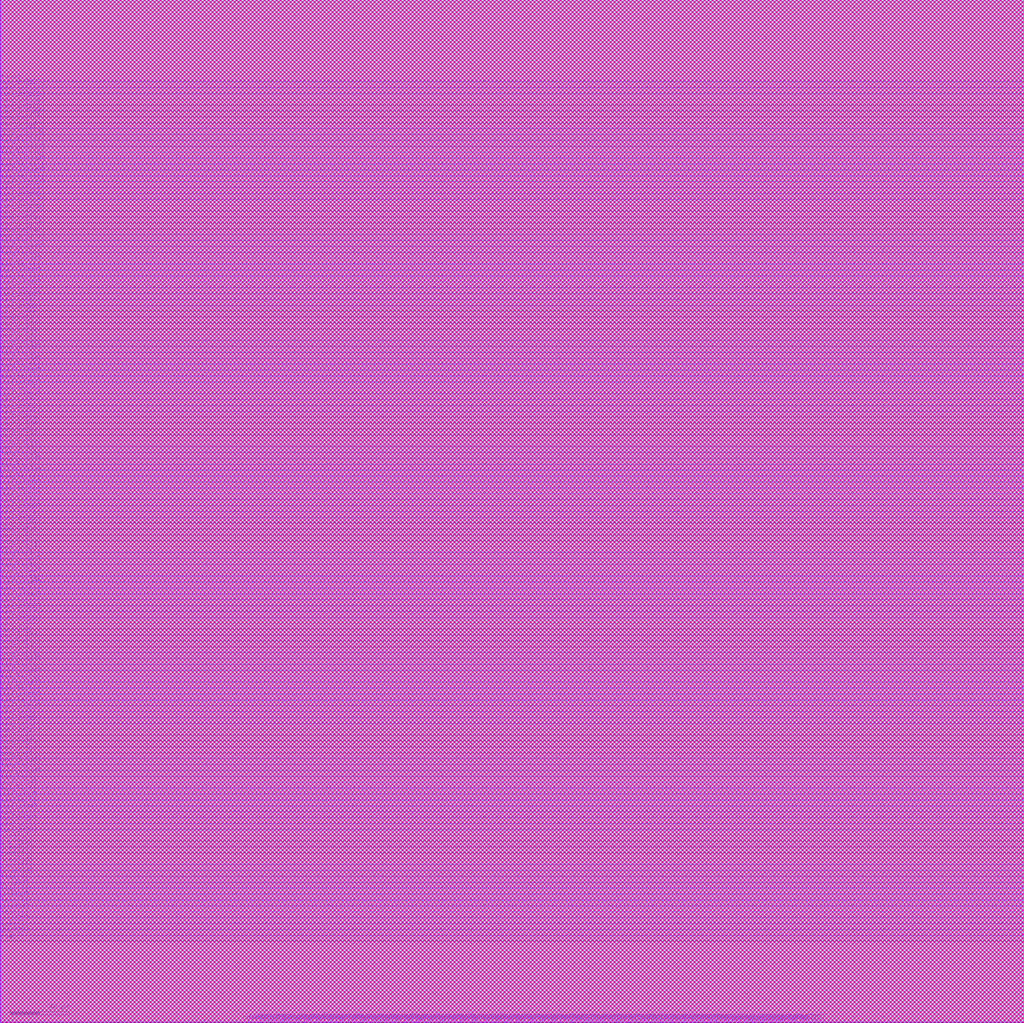
<source format=lef>
##
## LEF for PtnCells ;
## created by Innovus v15.23-s045_1 on Mon Mar  3 16:56:45 2025
##

VERSION 5.8 ;

BUSBITCHARS "[]" ;
DIVIDERCHAR "/" ;

MACRO fullchip
  CLASS BLOCK ;
  SIZE 695.6000 BY 695.0000 ;
  FOREIGN fullchip 0.0000 0.0000 ;
  ORIGIN 0 0 ;
  SYMMETRY X Y R90 ;
  PIN clk
    DIRECTION INPUT ;
    USE SIGNAL ;
    PORT
      LAYER M3 ;
        RECT 0.0000 55.3500 0.6000 55.4500 ;
    END
  END clk
  PIN sum_out[23]
    DIRECTION OUTPUT ;
    USE SIGNAL ;
    PORT
      LAYER M2 ;
        RECT 530.6500 0.0000 530.7500 0.5200 ;
    END
  END sum_out[23]
  PIN sum_out[22]
    DIRECTION OUTPUT ;
    USE SIGNAL ;
    PORT
      LAYER M2 ;
        RECT 528.6500 0.0000 528.7500 0.5200 ;
    END
  END sum_out[22]
  PIN sum_out[21]
    DIRECTION OUTPUT ;
    USE SIGNAL ;
    PORT
      LAYER M2 ;
        RECT 526.6500 0.0000 526.7500 0.5200 ;
    END
  END sum_out[21]
  PIN sum_out[20]
    DIRECTION OUTPUT ;
    USE SIGNAL ;
    PORT
      LAYER M2 ;
        RECT 524.6500 0.0000 524.7500 0.5200 ;
    END
  END sum_out[20]
  PIN sum_out[19]
    DIRECTION OUTPUT ;
    USE SIGNAL ;
    PORT
      LAYER M2 ;
        RECT 522.6500 0.0000 522.7500 0.5200 ;
    END
  END sum_out[19]
  PIN sum_out[18]
    DIRECTION OUTPUT ;
    USE SIGNAL ;
    PORT
      LAYER M2 ;
        RECT 520.6500 0.0000 520.7500 0.5200 ;
    END
  END sum_out[18]
  PIN sum_out[17]
    DIRECTION OUTPUT ;
    USE SIGNAL ;
    PORT
      LAYER M2 ;
        RECT 518.6500 0.0000 518.7500 0.5200 ;
    END
  END sum_out[17]
  PIN sum_out[16]
    DIRECTION OUTPUT ;
    USE SIGNAL ;
    PORT
      LAYER M2 ;
        RECT 516.6500 0.0000 516.7500 0.5200 ;
    END
  END sum_out[16]
  PIN sum_out[15]
    DIRECTION OUTPUT ;
    USE SIGNAL ;
    PORT
      LAYER M2 ;
        RECT 514.6500 0.0000 514.7500 0.5200 ;
    END
  END sum_out[15]
  PIN sum_out[14]
    DIRECTION OUTPUT ;
    USE SIGNAL ;
    PORT
      LAYER M2 ;
        RECT 512.6500 0.0000 512.7500 0.5200 ;
    END
  END sum_out[14]
  PIN sum_out[13]
    DIRECTION OUTPUT ;
    USE SIGNAL ;
    PORT
      LAYER M2 ;
        RECT 510.6500 0.0000 510.7500 0.5200 ;
    END
  END sum_out[13]
  PIN sum_out[12]
    DIRECTION OUTPUT ;
    USE SIGNAL ;
    PORT
      LAYER M2 ;
        RECT 508.6500 0.0000 508.7500 0.5200 ;
    END
  END sum_out[12]
  PIN sum_out[11]
    DIRECTION OUTPUT ;
    USE SIGNAL ;
    PORT
      LAYER M2 ;
        RECT 506.6500 0.0000 506.7500 0.5200 ;
    END
  END sum_out[11]
  PIN sum_out[10]
    DIRECTION OUTPUT ;
    USE SIGNAL ;
    PORT
      LAYER M2 ;
        RECT 504.6500 0.0000 504.7500 0.5200 ;
    END
  END sum_out[10]
  PIN sum_out[9]
    DIRECTION OUTPUT ;
    USE SIGNAL ;
    PORT
      LAYER M2 ;
        RECT 502.6500 0.0000 502.7500 0.5200 ;
    END
  END sum_out[9]
  PIN sum_out[8]
    DIRECTION OUTPUT ;
    USE SIGNAL ;
    PORT
      LAYER M2 ;
        RECT 500.6500 0.0000 500.7500 0.5200 ;
    END
  END sum_out[8]
  PIN sum_out[7]
    DIRECTION OUTPUT ;
    USE SIGNAL ;
    PORT
      LAYER M2 ;
        RECT 498.6500 0.0000 498.7500 0.5200 ;
    END
  END sum_out[7]
  PIN sum_out[6]
    DIRECTION OUTPUT ;
    USE SIGNAL ;
    PORT
      LAYER M2 ;
        RECT 496.6500 0.0000 496.7500 0.5200 ;
    END
  END sum_out[6]
  PIN sum_out[5]
    DIRECTION OUTPUT ;
    USE SIGNAL ;
    PORT
      LAYER M2 ;
        RECT 494.6500 0.0000 494.7500 0.5200 ;
    END
  END sum_out[5]
  PIN sum_out[4]
    DIRECTION OUTPUT ;
    USE SIGNAL ;
    PORT
      LAYER M2 ;
        RECT 492.6500 0.0000 492.7500 0.5200 ;
    END
  END sum_out[4]
  PIN sum_out[3]
    DIRECTION OUTPUT ;
    USE SIGNAL ;
    PORT
      LAYER M2 ;
        RECT 490.6500 0.0000 490.7500 0.5200 ;
    END
  END sum_out[3]
  PIN sum_out[2]
    DIRECTION OUTPUT ;
    USE SIGNAL ;
    PORT
      LAYER M2 ;
        RECT 488.6500 0.0000 488.7500 0.5200 ;
    END
  END sum_out[2]
  PIN sum_out[1]
    DIRECTION OUTPUT ;
    USE SIGNAL ;
    PORT
      LAYER M2 ;
        RECT 486.6500 0.0000 486.7500 0.5200 ;
    END
  END sum_out[1]
  PIN sum_out[0]
    DIRECTION OUTPUT ;
    USE SIGNAL ;
    PORT
      LAYER M2 ;
        RECT 484.6500 0.0000 484.7500 0.5200 ;
    END
  END sum_out[0]
  PIN mem_in[127]
    DIRECTION INPUT ;
    USE SIGNAL ;
    PORT
      LAYER M3 ;
        RECT 0.0000 635.3500 0.6000 635.4500 ;
    END
  END mem_in[127]
  PIN mem_in[126]
    DIRECTION INPUT ;
    USE SIGNAL ;
    PORT
      LAYER M3 ;
        RECT 0.0000 631.3500 0.6000 631.4500 ;
    END
  END mem_in[126]
  PIN mem_in[125]
    DIRECTION INPUT ;
    USE SIGNAL ;
    PORT
      LAYER M3 ;
        RECT 0.0000 627.3500 0.6000 627.4500 ;
    END
  END mem_in[125]
  PIN mem_in[124]
    DIRECTION INPUT ;
    USE SIGNAL ;
    PORT
      LAYER M3 ;
        RECT 0.0000 623.3500 0.6000 623.4500 ;
    END
  END mem_in[124]
  PIN mem_in[123]
    DIRECTION INPUT ;
    USE SIGNAL ;
    PORT
      LAYER M3 ;
        RECT 0.0000 619.3500 0.6000 619.4500 ;
    END
  END mem_in[123]
  PIN mem_in[122]
    DIRECTION INPUT ;
    USE SIGNAL ;
    PORT
      LAYER M3 ;
        RECT 0.0000 615.3500 0.6000 615.4500 ;
    END
  END mem_in[122]
  PIN mem_in[121]
    DIRECTION INPUT ;
    USE SIGNAL ;
    PORT
      LAYER M3 ;
        RECT 0.0000 611.3500 0.6000 611.4500 ;
    END
  END mem_in[121]
  PIN mem_in[120]
    DIRECTION INPUT ;
    USE SIGNAL ;
    PORT
      LAYER M3 ;
        RECT 0.0000 607.3500 0.6000 607.4500 ;
    END
  END mem_in[120]
  PIN mem_in[119]
    DIRECTION INPUT ;
    USE SIGNAL ;
    PORT
      LAYER M3 ;
        RECT 0.0000 603.3500 0.6000 603.4500 ;
    END
  END mem_in[119]
  PIN mem_in[118]
    DIRECTION INPUT ;
    USE SIGNAL ;
    PORT
      LAYER M3 ;
        RECT 0.0000 599.3500 0.6000 599.4500 ;
    END
  END mem_in[118]
  PIN mem_in[117]
    DIRECTION INPUT ;
    USE SIGNAL ;
    PORT
      LAYER M3 ;
        RECT 0.0000 595.3500 0.6000 595.4500 ;
    END
  END mem_in[117]
  PIN mem_in[116]
    DIRECTION INPUT ;
    USE SIGNAL ;
    PORT
      LAYER M3 ;
        RECT 0.0000 591.3500 0.6000 591.4500 ;
    END
  END mem_in[116]
  PIN mem_in[115]
    DIRECTION INPUT ;
    USE SIGNAL ;
    PORT
      LAYER M3 ;
        RECT 0.0000 587.3500 0.6000 587.4500 ;
    END
  END mem_in[115]
  PIN mem_in[114]
    DIRECTION INPUT ;
    USE SIGNAL ;
    PORT
      LAYER M3 ;
        RECT 0.0000 583.3500 0.6000 583.4500 ;
    END
  END mem_in[114]
  PIN mem_in[113]
    DIRECTION INPUT ;
    USE SIGNAL ;
    PORT
      LAYER M3 ;
        RECT 0.0000 579.3500 0.6000 579.4500 ;
    END
  END mem_in[113]
  PIN mem_in[112]
    DIRECTION INPUT ;
    USE SIGNAL ;
    PORT
      LAYER M3 ;
        RECT 0.0000 575.3500 0.6000 575.4500 ;
    END
  END mem_in[112]
  PIN mem_in[111]
    DIRECTION INPUT ;
    USE SIGNAL ;
    PORT
      LAYER M3 ;
        RECT 0.0000 571.3500 0.6000 571.4500 ;
    END
  END mem_in[111]
  PIN mem_in[110]
    DIRECTION INPUT ;
    USE SIGNAL ;
    PORT
      LAYER M3 ;
        RECT 0.0000 567.3500 0.6000 567.4500 ;
    END
  END mem_in[110]
  PIN mem_in[109]
    DIRECTION INPUT ;
    USE SIGNAL ;
    PORT
      LAYER M3 ;
        RECT 0.0000 563.3500 0.6000 563.4500 ;
    END
  END mem_in[109]
  PIN mem_in[108]
    DIRECTION INPUT ;
    USE SIGNAL ;
    PORT
      LAYER M3 ;
        RECT 0.0000 559.3500 0.6000 559.4500 ;
    END
  END mem_in[108]
  PIN mem_in[107]
    DIRECTION INPUT ;
    USE SIGNAL ;
    PORT
      LAYER M3 ;
        RECT 0.0000 555.3500 0.6000 555.4500 ;
    END
  END mem_in[107]
  PIN mem_in[106]
    DIRECTION INPUT ;
    USE SIGNAL ;
    PORT
      LAYER M3 ;
        RECT 0.0000 551.3500 0.6000 551.4500 ;
    END
  END mem_in[106]
  PIN mem_in[105]
    DIRECTION INPUT ;
    USE SIGNAL ;
    PORT
      LAYER M3 ;
        RECT 0.0000 547.3500 0.6000 547.4500 ;
    END
  END mem_in[105]
  PIN mem_in[104]
    DIRECTION INPUT ;
    USE SIGNAL ;
    PORT
      LAYER M3 ;
        RECT 0.0000 543.3500 0.6000 543.4500 ;
    END
  END mem_in[104]
  PIN mem_in[103]
    DIRECTION INPUT ;
    USE SIGNAL ;
    PORT
      LAYER M3 ;
        RECT 0.0000 539.3500 0.6000 539.4500 ;
    END
  END mem_in[103]
  PIN mem_in[102]
    DIRECTION INPUT ;
    USE SIGNAL ;
    PORT
      LAYER M3 ;
        RECT 0.0000 535.3500 0.6000 535.4500 ;
    END
  END mem_in[102]
  PIN mem_in[101]
    DIRECTION INPUT ;
    USE SIGNAL ;
    PORT
      LAYER M3 ;
        RECT 0.0000 531.3500 0.6000 531.4500 ;
    END
  END mem_in[101]
  PIN mem_in[100]
    DIRECTION INPUT ;
    USE SIGNAL ;
    PORT
      LAYER M3 ;
        RECT 0.0000 527.3500 0.6000 527.4500 ;
    END
  END mem_in[100]
  PIN mem_in[99]
    DIRECTION INPUT ;
    USE SIGNAL ;
    PORT
      LAYER M3 ;
        RECT 0.0000 523.3500 0.6000 523.4500 ;
    END
  END mem_in[99]
  PIN mem_in[98]
    DIRECTION INPUT ;
    USE SIGNAL ;
    PORT
      LAYER M3 ;
        RECT 0.0000 519.3500 0.6000 519.4500 ;
    END
  END mem_in[98]
  PIN mem_in[97]
    DIRECTION INPUT ;
    USE SIGNAL ;
    PORT
      LAYER M3 ;
        RECT 0.0000 515.3500 0.6000 515.4500 ;
    END
  END mem_in[97]
  PIN mem_in[96]
    DIRECTION INPUT ;
    USE SIGNAL ;
    PORT
      LAYER M3 ;
        RECT 0.0000 511.3500 0.6000 511.4500 ;
    END
  END mem_in[96]
  PIN mem_in[95]
    DIRECTION INPUT ;
    USE SIGNAL ;
    PORT
      LAYER M3 ;
        RECT 0.0000 507.3500 0.6000 507.4500 ;
    END
  END mem_in[95]
  PIN mem_in[94]
    DIRECTION INPUT ;
    USE SIGNAL ;
    PORT
      LAYER M3 ;
        RECT 0.0000 503.3500 0.6000 503.4500 ;
    END
  END mem_in[94]
  PIN mem_in[93]
    DIRECTION INPUT ;
    USE SIGNAL ;
    PORT
      LAYER M3 ;
        RECT 0.0000 499.3500 0.6000 499.4500 ;
    END
  END mem_in[93]
  PIN mem_in[92]
    DIRECTION INPUT ;
    USE SIGNAL ;
    PORT
      LAYER M3 ;
        RECT 0.0000 495.3500 0.6000 495.4500 ;
    END
  END mem_in[92]
  PIN mem_in[91]
    DIRECTION INPUT ;
    USE SIGNAL ;
    PORT
      LAYER M3 ;
        RECT 0.0000 491.3500 0.6000 491.4500 ;
    END
  END mem_in[91]
  PIN mem_in[90]
    DIRECTION INPUT ;
    USE SIGNAL ;
    PORT
      LAYER M3 ;
        RECT 0.0000 487.3500 0.6000 487.4500 ;
    END
  END mem_in[90]
  PIN mem_in[89]
    DIRECTION INPUT ;
    USE SIGNAL ;
    PORT
      LAYER M3 ;
        RECT 0.0000 483.3500 0.6000 483.4500 ;
    END
  END mem_in[89]
  PIN mem_in[88]
    DIRECTION INPUT ;
    USE SIGNAL ;
    PORT
      LAYER M3 ;
        RECT 0.0000 479.3500 0.6000 479.4500 ;
    END
  END mem_in[88]
  PIN mem_in[87]
    DIRECTION INPUT ;
    USE SIGNAL ;
    PORT
      LAYER M3 ;
        RECT 0.0000 475.3500 0.6000 475.4500 ;
    END
  END mem_in[87]
  PIN mem_in[86]
    DIRECTION INPUT ;
    USE SIGNAL ;
    PORT
      LAYER M3 ;
        RECT 0.0000 471.3500 0.6000 471.4500 ;
    END
  END mem_in[86]
  PIN mem_in[85]
    DIRECTION INPUT ;
    USE SIGNAL ;
    PORT
      LAYER M3 ;
        RECT 0.0000 467.3500 0.6000 467.4500 ;
    END
  END mem_in[85]
  PIN mem_in[84]
    DIRECTION INPUT ;
    USE SIGNAL ;
    PORT
      LAYER M3 ;
        RECT 0.0000 463.3500 0.6000 463.4500 ;
    END
  END mem_in[84]
  PIN mem_in[83]
    DIRECTION INPUT ;
    USE SIGNAL ;
    PORT
      LAYER M3 ;
        RECT 0.0000 459.3500 0.6000 459.4500 ;
    END
  END mem_in[83]
  PIN mem_in[82]
    DIRECTION INPUT ;
    USE SIGNAL ;
    PORT
      LAYER M3 ;
        RECT 0.0000 455.3500 0.6000 455.4500 ;
    END
  END mem_in[82]
  PIN mem_in[81]
    DIRECTION INPUT ;
    USE SIGNAL ;
    PORT
      LAYER M3 ;
        RECT 0.0000 451.3500 0.6000 451.4500 ;
    END
  END mem_in[81]
  PIN mem_in[80]
    DIRECTION INPUT ;
    USE SIGNAL ;
    PORT
      LAYER M3 ;
        RECT 0.0000 447.3500 0.6000 447.4500 ;
    END
  END mem_in[80]
  PIN mem_in[79]
    DIRECTION INPUT ;
    USE SIGNAL ;
    PORT
      LAYER M3 ;
        RECT 0.0000 443.3500 0.6000 443.4500 ;
    END
  END mem_in[79]
  PIN mem_in[78]
    DIRECTION INPUT ;
    USE SIGNAL ;
    PORT
      LAYER M3 ;
        RECT 0.0000 439.3500 0.6000 439.4500 ;
    END
  END mem_in[78]
  PIN mem_in[77]
    DIRECTION INPUT ;
    USE SIGNAL ;
    PORT
      LAYER M3 ;
        RECT 0.0000 435.3500 0.6000 435.4500 ;
    END
  END mem_in[77]
  PIN mem_in[76]
    DIRECTION INPUT ;
    USE SIGNAL ;
    PORT
      LAYER M3 ;
        RECT 0.0000 431.3500 0.6000 431.4500 ;
    END
  END mem_in[76]
  PIN mem_in[75]
    DIRECTION INPUT ;
    USE SIGNAL ;
    PORT
      LAYER M3 ;
        RECT 0.0000 427.3500 0.6000 427.4500 ;
    END
  END mem_in[75]
  PIN mem_in[74]
    DIRECTION INPUT ;
    USE SIGNAL ;
    PORT
      LAYER M3 ;
        RECT 0.0000 423.3500 0.6000 423.4500 ;
    END
  END mem_in[74]
  PIN mem_in[73]
    DIRECTION INPUT ;
    USE SIGNAL ;
    PORT
      LAYER M3 ;
        RECT 0.0000 419.3500 0.6000 419.4500 ;
    END
  END mem_in[73]
  PIN mem_in[72]
    DIRECTION INPUT ;
    USE SIGNAL ;
    PORT
      LAYER M3 ;
        RECT 0.0000 415.3500 0.6000 415.4500 ;
    END
  END mem_in[72]
  PIN mem_in[71]
    DIRECTION INPUT ;
    USE SIGNAL ;
    PORT
      LAYER M3 ;
        RECT 0.0000 411.3500 0.6000 411.4500 ;
    END
  END mem_in[71]
  PIN mem_in[70]
    DIRECTION INPUT ;
    USE SIGNAL ;
    PORT
      LAYER M3 ;
        RECT 0.0000 407.3500 0.6000 407.4500 ;
    END
  END mem_in[70]
  PIN mem_in[69]
    DIRECTION INPUT ;
    USE SIGNAL ;
    PORT
      LAYER M3 ;
        RECT 0.0000 403.3500 0.6000 403.4500 ;
    END
  END mem_in[69]
  PIN mem_in[68]
    DIRECTION INPUT ;
    USE SIGNAL ;
    PORT
      LAYER M3 ;
        RECT 0.0000 399.3500 0.6000 399.4500 ;
    END
  END mem_in[68]
  PIN mem_in[67]
    DIRECTION INPUT ;
    USE SIGNAL ;
    PORT
      LAYER M3 ;
        RECT 0.0000 395.3500 0.6000 395.4500 ;
    END
  END mem_in[67]
  PIN mem_in[66]
    DIRECTION INPUT ;
    USE SIGNAL ;
    PORT
      LAYER M3 ;
        RECT 0.0000 391.3500 0.6000 391.4500 ;
    END
  END mem_in[66]
  PIN mem_in[65]
    DIRECTION INPUT ;
    USE SIGNAL ;
    PORT
      LAYER M3 ;
        RECT 0.0000 387.3500 0.6000 387.4500 ;
    END
  END mem_in[65]
  PIN mem_in[64]
    DIRECTION INPUT ;
    USE SIGNAL ;
    PORT
      LAYER M3 ;
        RECT 0.0000 383.3500 0.6000 383.4500 ;
    END
  END mem_in[64]
  PIN mem_in[63]
    DIRECTION INPUT ;
    USE SIGNAL ;
    PORT
      LAYER M3 ;
        RECT 0.0000 379.3500 0.6000 379.4500 ;
    END
  END mem_in[63]
  PIN mem_in[62]
    DIRECTION INPUT ;
    USE SIGNAL ;
    PORT
      LAYER M3 ;
        RECT 0.0000 375.3500 0.6000 375.4500 ;
    END
  END mem_in[62]
  PIN mem_in[61]
    DIRECTION INPUT ;
    USE SIGNAL ;
    PORT
      LAYER M3 ;
        RECT 0.0000 371.3500 0.6000 371.4500 ;
    END
  END mem_in[61]
  PIN mem_in[60]
    DIRECTION INPUT ;
    USE SIGNAL ;
    PORT
      LAYER M3 ;
        RECT 0.0000 367.3500 0.6000 367.4500 ;
    END
  END mem_in[60]
  PIN mem_in[59]
    DIRECTION INPUT ;
    USE SIGNAL ;
    PORT
      LAYER M3 ;
        RECT 0.0000 363.3500 0.6000 363.4500 ;
    END
  END mem_in[59]
  PIN mem_in[58]
    DIRECTION INPUT ;
    USE SIGNAL ;
    PORT
      LAYER M3 ;
        RECT 0.0000 359.3500 0.6000 359.4500 ;
    END
  END mem_in[58]
  PIN mem_in[57]
    DIRECTION INPUT ;
    USE SIGNAL ;
    PORT
      LAYER M3 ;
        RECT 0.0000 355.3500 0.6000 355.4500 ;
    END
  END mem_in[57]
  PIN mem_in[56]
    DIRECTION INPUT ;
    USE SIGNAL ;
    PORT
      LAYER M3 ;
        RECT 0.0000 351.3500 0.6000 351.4500 ;
    END
  END mem_in[56]
  PIN mem_in[55]
    DIRECTION INPUT ;
    USE SIGNAL ;
    PORT
      LAYER M3 ;
        RECT 0.0000 347.3500 0.6000 347.4500 ;
    END
  END mem_in[55]
  PIN mem_in[54]
    DIRECTION INPUT ;
    USE SIGNAL ;
    PORT
      LAYER M3 ;
        RECT 0.0000 343.3500 0.6000 343.4500 ;
    END
  END mem_in[54]
  PIN mem_in[53]
    DIRECTION INPUT ;
    USE SIGNAL ;
    PORT
      LAYER M3 ;
        RECT 0.0000 339.3500 0.6000 339.4500 ;
    END
  END mem_in[53]
  PIN mem_in[52]
    DIRECTION INPUT ;
    USE SIGNAL ;
    PORT
      LAYER M3 ;
        RECT 0.0000 335.3500 0.6000 335.4500 ;
    END
  END mem_in[52]
  PIN mem_in[51]
    DIRECTION INPUT ;
    USE SIGNAL ;
    PORT
      LAYER M3 ;
        RECT 0.0000 331.3500 0.6000 331.4500 ;
    END
  END mem_in[51]
  PIN mem_in[50]
    DIRECTION INPUT ;
    USE SIGNAL ;
    PORT
      LAYER M3 ;
        RECT 0.0000 327.3500 0.6000 327.4500 ;
    END
  END mem_in[50]
  PIN mem_in[49]
    DIRECTION INPUT ;
    USE SIGNAL ;
    PORT
      LAYER M3 ;
        RECT 0.0000 323.3500 0.6000 323.4500 ;
    END
  END mem_in[49]
  PIN mem_in[48]
    DIRECTION INPUT ;
    USE SIGNAL ;
    PORT
      LAYER M3 ;
        RECT 0.0000 319.3500 0.6000 319.4500 ;
    END
  END mem_in[48]
  PIN mem_in[47]
    DIRECTION INPUT ;
    USE SIGNAL ;
    PORT
      LAYER M3 ;
        RECT 0.0000 315.3500 0.6000 315.4500 ;
    END
  END mem_in[47]
  PIN mem_in[46]
    DIRECTION INPUT ;
    USE SIGNAL ;
    PORT
      LAYER M3 ;
        RECT 0.0000 311.3500 0.6000 311.4500 ;
    END
  END mem_in[46]
  PIN mem_in[45]
    DIRECTION INPUT ;
    USE SIGNAL ;
    PORT
      LAYER M3 ;
        RECT 0.0000 307.3500 0.6000 307.4500 ;
    END
  END mem_in[45]
  PIN mem_in[44]
    DIRECTION INPUT ;
    USE SIGNAL ;
    PORT
      LAYER M3 ;
        RECT 0.0000 303.3500 0.6000 303.4500 ;
    END
  END mem_in[44]
  PIN mem_in[43]
    DIRECTION INPUT ;
    USE SIGNAL ;
    PORT
      LAYER M3 ;
        RECT 0.0000 299.3500 0.6000 299.4500 ;
    END
  END mem_in[43]
  PIN mem_in[42]
    DIRECTION INPUT ;
    USE SIGNAL ;
    PORT
      LAYER M3 ;
        RECT 0.0000 295.3500 0.6000 295.4500 ;
    END
  END mem_in[42]
  PIN mem_in[41]
    DIRECTION INPUT ;
    USE SIGNAL ;
    PORT
      LAYER M3 ;
        RECT 0.0000 291.3500 0.6000 291.4500 ;
    END
  END mem_in[41]
  PIN mem_in[40]
    DIRECTION INPUT ;
    USE SIGNAL ;
    PORT
      LAYER M3 ;
        RECT 0.0000 287.3500 0.6000 287.4500 ;
    END
  END mem_in[40]
  PIN mem_in[39]
    DIRECTION INPUT ;
    USE SIGNAL ;
    PORT
      LAYER M3 ;
        RECT 0.0000 283.3500 0.6000 283.4500 ;
    END
  END mem_in[39]
  PIN mem_in[38]
    DIRECTION INPUT ;
    USE SIGNAL ;
    PORT
      LAYER M3 ;
        RECT 0.0000 279.3500 0.6000 279.4500 ;
    END
  END mem_in[38]
  PIN mem_in[37]
    DIRECTION INPUT ;
    USE SIGNAL ;
    PORT
      LAYER M3 ;
        RECT 0.0000 275.3500 0.6000 275.4500 ;
    END
  END mem_in[37]
  PIN mem_in[36]
    DIRECTION INPUT ;
    USE SIGNAL ;
    PORT
      LAYER M3 ;
        RECT 0.0000 271.3500 0.6000 271.4500 ;
    END
  END mem_in[36]
  PIN mem_in[35]
    DIRECTION INPUT ;
    USE SIGNAL ;
    PORT
      LAYER M3 ;
        RECT 0.0000 267.3500 0.6000 267.4500 ;
    END
  END mem_in[35]
  PIN mem_in[34]
    DIRECTION INPUT ;
    USE SIGNAL ;
    PORT
      LAYER M3 ;
        RECT 0.0000 263.3500 0.6000 263.4500 ;
    END
  END mem_in[34]
  PIN mem_in[33]
    DIRECTION INPUT ;
    USE SIGNAL ;
    PORT
      LAYER M3 ;
        RECT 0.0000 259.3500 0.6000 259.4500 ;
    END
  END mem_in[33]
  PIN mem_in[32]
    DIRECTION INPUT ;
    USE SIGNAL ;
    PORT
      LAYER M3 ;
        RECT 0.0000 255.3500 0.6000 255.4500 ;
    END
  END mem_in[32]
  PIN mem_in[31]
    DIRECTION INPUT ;
    USE SIGNAL ;
    PORT
      LAYER M3 ;
        RECT 0.0000 251.3500 0.6000 251.4500 ;
    END
  END mem_in[31]
  PIN mem_in[30]
    DIRECTION INPUT ;
    USE SIGNAL ;
    PORT
      LAYER M3 ;
        RECT 0.0000 247.3500 0.6000 247.4500 ;
    END
  END mem_in[30]
  PIN mem_in[29]
    DIRECTION INPUT ;
    USE SIGNAL ;
    PORT
      LAYER M3 ;
        RECT 0.0000 243.3500 0.6000 243.4500 ;
    END
  END mem_in[29]
  PIN mem_in[28]
    DIRECTION INPUT ;
    USE SIGNAL ;
    PORT
      LAYER M3 ;
        RECT 0.0000 239.3500 0.6000 239.4500 ;
    END
  END mem_in[28]
  PIN mem_in[27]
    DIRECTION INPUT ;
    USE SIGNAL ;
    PORT
      LAYER M3 ;
        RECT 0.0000 235.3500 0.6000 235.4500 ;
    END
  END mem_in[27]
  PIN mem_in[26]
    DIRECTION INPUT ;
    USE SIGNAL ;
    PORT
      LAYER M3 ;
        RECT 0.0000 231.3500 0.6000 231.4500 ;
    END
  END mem_in[26]
  PIN mem_in[25]
    DIRECTION INPUT ;
    USE SIGNAL ;
    PORT
      LAYER M3 ;
        RECT 0.0000 227.3500 0.6000 227.4500 ;
    END
  END mem_in[25]
  PIN mem_in[24]
    DIRECTION INPUT ;
    USE SIGNAL ;
    PORT
      LAYER M3 ;
        RECT 0.0000 223.3500 0.6000 223.4500 ;
    END
  END mem_in[24]
  PIN mem_in[23]
    DIRECTION INPUT ;
    USE SIGNAL ;
    PORT
      LAYER M3 ;
        RECT 0.0000 219.3500 0.6000 219.4500 ;
    END
  END mem_in[23]
  PIN mem_in[22]
    DIRECTION INPUT ;
    USE SIGNAL ;
    PORT
      LAYER M3 ;
        RECT 0.0000 215.3500 0.6000 215.4500 ;
    END
  END mem_in[22]
  PIN mem_in[21]
    DIRECTION INPUT ;
    USE SIGNAL ;
    PORT
      LAYER M3 ;
        RECT 0.0000 211.3500 0.6000 211.4500 ;
    END
  END mem_in[21]
  PIN mem_in[20]
    DIRECTION INPUT ;
    USE SIGNAL ;
    PORT
      LAYER M3 ;
        RECT 0.0000 207.3500 0.6000 207.4500 ;
    END
  END mem_in[20]
  PIN mem_in[19]
    DIRECTION INPUT ;
    USE SIGNAL ;
    PORT
      LAYER M3 ;
        RECT 0.0000 203.3500 0.6000 203.4500 ;
    END
  END mem_in[19]
  PIN mem_in[18]
    DIRECTION INPUT ;
    USE SIGNAL ;
    PORT
      LAYER M3 ;
        RECT 0.0000 199.3500 0.6000 199.4500 ;
    END
  END mem_in[18]
  PIN mem_in[17]
    DIRECTION INPUT ;
    USE SIGNAL ;
    PORT
      LAYER M3 ;
        RECT 0.0000 195.3500 0.6000 195.4500 ;
    END
  END mem_in[17]
  PIN mem_in[16]
    DIRECTION INPUT ;
    USE SIGNAL ;
    PORT
      LAYER M3 ;
        RECT 0.0000 191.3500 0.6000 191.4500 ;
    END
  END mem_in[16]
  PIN mem_in[15]
    DIRECTION INPUT ;
    USE SIGNAL ;
    PORT
      LAYER M3 ;
        RECT 0.0000 187.3500 0.6000 187.4500 ;
    END
  END mem_in[15]
  PIN mem_in[14]
    DIRECTION INPUT ;
    USE SIGNAL ;
    PORT
      LAYER M3 ;
        RECT 0.0000 183.3500 0.6000 183.4500 ;
    END
  END mem_in[14]
  PIN mem_in[13]
    DIRECTION INPUT ;
    USE SIGNAL ;
    PORT
      LAYER M3 ;
        RECT 0.0000 179.3500 0.6000 179.4500 ;
    END
  END mem_in[13]
  PIN mem_in[12]
    DIRECTION INPUT ;
    USE SIGNAL ;
    PORT
      LAYER M3 ;
        RECT 0.0000 175.3500 0.6000 175.4500 ;
    END
  END mem_in[12]
  PIN mem_in[11]
    DIRECTION INPUT ;
    USE SIGNAL ;
    PORT
      LAYER M3 ;
        RECT 0.0000 171.3500 0.6000 171.4500 ;
    END
  END mem_in[11]
  PIN mem_in[10]
    DIRECTION INPUT ;
    USE SIGNAL ;
    PORT
      LAYER M3 ;
        RECT 0.0000 167.3500 0.6000 167.4500 ;
    END
  END mem_in[10]
  PIN mem_in[9]
    DIRECTION INPUT ;
    USE SIGNAL ;
    PORT
      LAYER M3 ;
        RECT 0.0000 163.3500 0.6000 163.4500 ;
    END
  END mem_in[9]
  PIN mem_in[8]
    DIRECTION INPUT ;
    USE SIGNAL ;
    PORT
      LAYER M3 ;
        RECT 0.0000 159.3500 0.6000 159.4500 ;
    END
  END mem_in[8]
  PIN mem_in[7]
    DIRECTION INPUT ;
    USE SIGNAL ;
    PORT
      LAYER M3 ;
        RECT 0.0000 155.3500 0.6000 155.4500 ;
    END
  END mem_in[7]
  PIN mem_in[6]
    DIRECTION INPUT ;
    USE SIGNAL ;
    PORT
      LAYER M3 ;
        RECT 0.0000 151.3500 0.6000 151.4500 ;
    END
  END mem_in[6]
  PIN mem_in[5]
    DIRECTION INPUT ;
    USE SIGNAL ;
    PORT
      LAYER M3 ;
        RECT 0.0000 147.3500 0.6000 147.4500 ;
    END
  END mem_in[5]
  PIN mem_in[4]
    DIRECTION INPUT ;
    USE SIGNAL ;
    PORT
      LAYER M3 ;
        RECT 0.0000 143.3500 0.6000 143.4500 ;
    END
  END mem_in[4]
  PIN mem_in[3]
    DIRECTION INPUT ;
    USE SIGNAL ;
    PORT
      LAYER M3 ;
        RECT 0.0000 139.3500 0.6000 139.4500 ;
    END
  END mem_in[3]
  PIN mem_in[2]
    DIRECTION INPUT ;
    USE SIGNAL ;
    PORT
      LAYER M3 ;
        RECT 0.0000 135.3500 0.6000 135.4500 ;
    END
  END mem_in[2]
  PIN mem_in[1]
    DIRECTION INPUT ;
    USE SIGNAL ;
    PORT
      LAYER M3 ;
        RECT 0.0000 131.3500 0.6000 131.4500 ;
    END
  END mem_in[1]
  PIN mem_in[0]
    DIRECTION INPUT ;
    USE SIGNAL ;
    PORT
      LAYER M3 ;
        RECT 0.0000 127.3500 0.6000 127.4500 ;
    END
  END mem_in[0]
  PIN out[159]
    DIRECTION OUTPUT ;
    USE SIGNAL ;
    PORT
      LAYER M2 ;
        RECT 482.6500 0.0000 482.7500 0.5200 ;
    END
  END out[159]
  PIN out[158]
    DIRECTION OUTPUT ;
    USE SIGNAL ;
    PORT
      LAYER M2 ;
        RECT 480.6500 0.0000 480.7500 0.5200 ;
    END
  END out[158]
  PIN out[157]
    DIRECTION OUTPUT ;
    USE SIGNAL ;
    PORT
      LAYER M2 ;
        RECT 478.6500 0.0000 478.7500 0.5200 ;
    END
  END out[157]
  PIN out[156]
    DIRECTION OUTPUT ;
    USE SIGNAL ;
    PORT
      LAYER M2 ;
        RECT 476.6500 0.0000 476.7500 0.5200 ;
    END
  END out[156]
  PIN out[155]
    DIRECTION OUTPUT ;
    USE SIGNAL ;
    PORT
      LAYER M2 ;
        RECT 474.6500 0.0000 474.7500 0.5200 ;
    END
  END out[155]
  PIN out[154]
    DIRECTION OUTPUT ;
    USE SIGNAL ;
    PORT
      LAYER M2 ;
        RECT 472.6500 0.0000 472.7500 0.5200 ;
    END
  END out[154]
  PIN out[153]
    DIRECTION OUTPUT ;
    USE SIGNAL ;
    PORT
      LAYER M2 ;
        RECT 470.6500 0.0000 470.7500 0.5200 ;
    END
  END out[153]
  PIN out[152]
    DIRECTION OUTPUT ;
    USE SIGNAL ;
    PORT
      LAYER M2 ;
        RECT 468.6500 0.0000 468.7500 0.5200 ;
    END
  END out[152]
  PIN out[151]
    DIRECTION OUTPUT ;
    USE SIGNAL ;
    PORT
      LAYER M2 ;
        RECT 466.6500 0.0000 466.7500 0.5200 ;
    END
  END out[151]
  PIN out[150]
    DIRECTION OUTPUT ;
    USE SIGNAL ;
    PORT
      LAYER M2 ;
        RECT 464.6500 0.0000 464.7500 0.5200 ;
    END
  END out[150]
  PIN out[149]
    DIRECTION OUTPUT ;
    USE SIGNAL ;
    PORT
      LAYER M2 ;
        RECT 462.6500 0.0000 462.7500 0.5200 ;
    END
  END out[149]
  PIN out[148]
    DIRECTION OUTPUT ;
    USE SIGNAL ;
    PORT
      LAYER M2 ;
        RECT 460.6500 0.0000 460.7500 0.5200 ;
    END
  END out[148]
  PIN out[147]
    DIRECTION OUTPUT ;
    USE SIGNAL ;
    PORT
      LAYER M2 ;
        RECT 458.6500 0.0000 458.7500 0.5200 ;
    END
  END out[147]
  PIN out[146]
    DIRECTION OUTPUT ;
    USE SIGNAL ;
    PORT
      LAYER M2 ;
        RECT 456.6500 0.0000 456.7500 0.5200 ;
    END
  END out[146]
  PIN out[145]
    DIRECTION OUTPUT ;
    USE SIGNAL ;
    PORT
      LAYER M2 ;
        RECT 454.6500 0.0000 454.7500 0.5200 ;
    END
  END out[145]
  PIN out[144]
    DIRECTION OUTPUT ;
    USE SIGNAL ;
    PORT
      LAYER M2 ;
        RECT 452.6500 0.0000 452.7500 0.5200 ;
    END
  END out[144]
  PIN out[143]
    DIRECTION OUTPUT ;
    USE SIGNAL ;
    PORT
      LAYER M2 ;
        RECT 450.6500 0.0000 450.7500 0.5200 ;
    END
  END out[143]
  PIN out[142]
    DIRECTION OUTPUT ;
    USE SIGNAL ;
    PORT
      LAYER M2 ;
        RECT 448.6500 0.0000 448.7500 0.5200 ;
    END
  END out[142]
  PIN out[141]
    DIRECTION OUTPUT ;
    USE SIGNAL ;
    PORT
      LAYER M2 ;
        RECT 446.6500 0.0000 446.7500 0.5200 ;
    END
  END out[141]
  PIN out[140]
    DIRECTION OUTPUT ;
    USE SIGNAL ;
    PORT
      LAYER M2 ;
        RECT 444.6500 0.0000 444.7500 0.5200 ;
    END
  END out[140]
  PIN out[139]
    DIRECTION OUTPUT ;
    USE SIGNAL ;
    PORT
      LAYER M2 ;
        RECT 442.6500 0.0000 442.7500 0.5200 ;
    END
  END out[139]
  PIN out[138]
    DIRECTION OUTPUT ;
    USE SIGNAL ;
    PORT
      LAYER M2 ;
        RECT 440.6500 0.0000 440.7500 0.5200 ;
    END
  END out[138]
  PIN out[137]
    DIRECTION OUTPUT ;
    USE SIGNAL ;
    PORT
      LAYER M2 ;
        RECT 438.6500 0.0000 438.7500 0.5200 ;
    END
  END out[137]
  PIN out[136]
    DIRECTION OUTPUT ;
    USE SIGNAL ;
    PORT
      LAYER M2 ;
        RECT 436.6500 0.0000 436.7500 0.5200 ;
    END
  END out[136]
  PIN out[135]
    DIRECTION OUTPUT ;
    USE SIGNAL ;
    PORT
      LAYER M2 ;
        RECT 434.6500 0.0000 434.7500 0.5200 ;
    END
  END out[135]
  PIN out[134]
    DIRECTION OUTPUT ;
    USE SIGNAL ;
    PORT
      LAYER M2 ;
        RECT 432.6500 0.0000 432.7500 0.5200 ;
    END
  END out[134]
  PIN out[133]
    DIRECTION OUTPUT ;
    USE SIGNAL ;
    PORT
      LAYER M2 ;
        RECT 430.6500 0.0000 430.7500 0.5200 ;
    END
  END out[133]
  PIN out[132]
    DIRECTION OUTPUT ;
    USE SIGNAL ;
    PORT
      LAYER M2 ;
        RECT 428.6500 0.0000 428.7500 0.5200 ;
    END
  END out[132]
  PIN out[131]
    DIRECTION OUTPUT ;
    USE SIGNAL ;
    PORT
      LAYER M2 ;
        RECT 426.6500 0.0000 426.7500 0.5200 ;
    END
  END out[131]
  PIN out[130]
    DIRECTION OUTPUT ;
    USE SIGNAL ;
    PORT
      LAYER M2 ;
        RECT 424.6500 0.0000 424.7500 0.5200 ;
    END
  END out[130]
  PIN out[129]
    DIRECTION OUTPUT ;
    USE SIGNAL ;
    PORT
      LAYER M2 ;
        RECT 422.6500 0.0000 422.7500 0.5200 ;
    END
  END out[129]
  PIN out[128]
    DIRECTION OUTPUT ;
    USE SIGNAL ;
    PORT
      LAYER M2 ;
        RECT 420.6500 0.0000 420.7500 0.5200 ;
    END
  END out[128]
  PIN out[127]
    DIRECTION OUTPUT ;
    USE SIGNAL ;
    PORT
      LAYER M2 ;
        RECT 418.6500 0.0000 418.7500 0.5200 ;
    END
  END out[127]
  PIN out[126]
    DIRECTION OUTPUT ;
    USE SIGNAL ;
    PORT
      LAYER M2 ;
        RECT 416.6500 0.0000 416.7500 0.5200 ;
    END
  END out[126]
  PIN out[125]
    DIRECTION OUTPUT ;
    USE SIGNAL ;
    PORT
      LAYER M2 ;
        RECT 414.6500 0.0000 414.7500 0.5200 ;
    END
  END out[125]
  PIN out[124]
    DIRECTION OUTPUT ;
    USE SIGNAL ;
    PORT
      LAYER M2 ;
        RECT 412.6500 0.0000 412.7500 0.5200 ;
    END
  END out[124]
  PIN out[123]
    DIRECTION OUTPUT ;
    USE SIGNAL ;
    PORT
      LAYER M2 ;
        RECT 410.6500 0.0000 410.7500 0.5200 ;
    END
  END out[123]
  PIN out[122]
    DIRECTION OUTPUT ;
    USE SIGNAL ;
    PORT
      LAYER M2 ;
        RECT 408.6500 0.0000 408.7500 0.5200 ;
    END
  END out[122]
  PIN out[121]
    DIRECTION OUTPUT ;
    USE SIGNAL ;
    PORT
      LAYER M2 ;
        RECT 406.6500 0.0000 406.7500 0.5200 ;
    END
  END out[121]
  PIN out[120]
    DIRECTION OUTPUT ;
    USE SIGNAL ;
    PORT
      LAYER M2 ;
        RECT 404.6500 0.0000 404.7500 0.5200 ;
    END
  END out[120]
  PIN out[119]
    DIRECTION OUTPUT ;
    USE SIGNAL ;
    PORT
      LAYER M2 ;
        RECT 402.6500 0.0000 402.7500 0.5200 ;
    END
  END out[119]
  PIN out[118]
    DIRECTION OUTPUT ;
    USE SIGNAL ;
    PORT
      LAYER M2 ;
        RECT 400.6500 0.0000 400.7500 0.5200 ;
    END
  END out[118]
  PIN out[117]
    DIRECTION OUTPUT ;
    USE SIGNAL ;
    PORT
      LAYER M2 ;
        RECT 398.6500 0.0000 398.7500 0.5200 ;
    END
  END out[117]
  PIN out[116]
    DIRECTION OUTPUT ;
    USE SIGNAL ;
    PORT
      LAYER M2 ;
        RECT 396.6500 0.0000 396.7500 0.5200 ;
    END
  END out[116]
  PIN out[115]
    DIRECTION OUTPUT ;
    USE SIGNAL ;
    PORT
      LAYER M2 ;
        RECT 394.6500 0.0000 394.7500 0.5200 ;
    END
  END out[115]
  PIN out[114]
    DIRECTION OUTPUT ;
    USE SIGNAL ;
    PORT
      LAYER M2 ;
        RECT 392.6500 0.0000 392.7500 0.5200 ;
    END
  END out[114]
  PIN out[113]
    DIRECTION OUTPUT ;
    USE SIGNAL ;
    PORT
      LAYER M2 ;
        RECT 390.6500 0.0000 390.7500 0.5200 ;
    END
  END out[113]
  PIN out[112]
    DIRECTION OUTPUT ;
    USE SIGNAL ;
    PORT
      LAYER M2 ;
        RECT 388.6500 0.0000 388.7500 0.5200 ;
    END
  END out[112]
  PIN out[111]
    DIRECTION OUTPUT ;
    USE SIGNAL ;
    PORT
      LAYER M2 ;
        RECT 386.6500 0.0000 386.7500 0.5200 ;
    END
  END out[111]
  PIN out[110]
    DIRECTION OUTPUT ;
    USE SIGNAL ;
    PORT
      LAYER M2 ;
        RECT 384.6500 0.0000 384.7500 0.5200 ;
    END
  END out[110]
  PIN out[109]
    DIRECTION OUTPUT ;
    USE SIGNAL ;
    PORT
      LAYER M2 ;
        RECT 382.6500 0.0000 382.7500 0.5200 ;
    END
  END out[109]
  PIN out[108]
    DIRECTION OUTPUT ;
    USE SIGNAL ;
    PORT
      LAYER M2 ;
        RECT 380.6500 0.0000 380.7500 0.5200 ;
    END
  END out[108]
  PIN out[107]
    DIRECTION OUTPUT ;
    USE SIGNAL ;
    PORT
      LAYER M2 ;
        RECT 378.6500 0.0000 378.7500 0.5200 ;
    END
  END out[107]
  PIN out[106]
    DIRECTION OUTPUT ;
    USE SIGNAL ;
    PORT
      LAYER M2 ;
        RECT 376.6500 0.0000 376.7500 0.5200 ;
    END
  END out[106]
  PIN out[105]
    DIRECTION OUTPUT ;
    USE SIGNAL ;
    PORT
      LAYER M2 ;
        RECT 374.6500 0.0000 374.7500 0.5200 ;
    END
  END out[105]
  PIN out[104]
    DIRECTION OUTPUT ;
    USE SIGNAL ;
    PORT
      LAYER M2 ;
        RECT 372.6500 0.0000 372.7500 0.5200 ;
    END
  END out[104]
  PIN out[103]
    DIRECTION OUTPUT ;
    USE SIGNAL ;
    PORT
      LAYER M2 ;
        RECT 370.6500 0.0000 370.7500 0.5200 ;
    END
  END out[103]
  PIN out[102]
    DIRECTION OUTPUT ;
    USE SIGNAL ;
    PORT
      LAYER M2 ;
        RECT 368.6500 0.0000 368.7500 0.5200 ;
    END
  END out[102]
  PIN out[101]
    DIRECTION OUTPUT ;
    USE SIGNAL ;
    PORT
      LAYER M2 ;
        RECT 366.6500 0.0000 366.7500 0.5200 ;
    END
  END out[101]
  PIN out[100]
    DIRECTION OUTPUT ;
    USE SIGNAL ;
    PORT
      LAYER M2 ;
        RECT 364.6500 0.0000 364.7500 0.5200 ;
    END
  END out[100]
  PIN out[99]
    DIRECTION OUTPUT ;
    USE SIGNAL ;
    PORT
      LAYER M2 ;
        RECT 362.6500 0.0000 362.7500 0.5200 ;
    END
  END out[99]
  PIN out[98]
    DIRECTION OUTPUT ;
    USE SIGNAL ;
    PORT
      LAYER M2 ;
        RECT 360.6500 0.0000 360.7500 0.5200 ;
    END
  END out[98]
  PIN out[97]
    DIRECTION OUTPUT ;
    USE SIGNAL ;
    PORT
      LAYER M2 ;
        RECT 358.6500 0.0000 358.7500 0.5200 ;
    END
  END out[97]
  PIN out[96]
    DIRECTION OUTPUT ;
    USE SIGNAL ;
    PORT
      LAYER M2 ;
        RECT 356.6500 0.0000 356.7500 0.5200 ;
    END
  END out[96]
  PIN out[95]
    DIRECTION OUTPUT ;
    USE SIGNAL ;
    PORT
      LAYER M2 ;
        RECT 354.6500 0.0000 354.7500 0.5200 ;
    END
  END out[95]
  PIN out[94]
    DIRECTION OUTPUT ;
    USE SIGNAL ;
    PORT
      LAYER M2 ;
        RECT 352.6500 0.0000 352.7500 0.5200 ;
    END
  END out[94]
  PIN out[93]
    DIRECTION OUTPUT ;
    USE SIGNAL ;
    PORT
      LAYER M2 ;
        RECT 350.6500 0.0000 350.7500 0.5200 ;
    END
  END out[93]
  PIN out[92]
    DIRECTION OUTPUT ;
    USE SIGNAL ;
    PORT
      LAYER M2 ;
        RECT 348.6500 0.0000 348.7500 0.5200 ;
    END
  END out[92]
  PIN out[91]
    DIRECTION OUTPUT ;
    USE SIGNAL ;
    PORT
      LAYER M2 ;
        RECT 346.6500 0.0000 346.7500 0.5200 ;
    END
  END out[91]
  PIN out[90]
    DIRECTION OUTPUT ;
    USE SIGNAL ;
    PORT
      LAYER M2 ;
        RECT 344.6500 0.0000 344.7500 0.5200 ;
    END
  END out[90]
  PIN out[89]
    DIRECTION OUTPUT ;
    USE SIGNAL ;
    PORT
      LAYER M2 ;
        RECT 342.6500 0.0000 342.7500 0.5200 ;
    END
  END out[89]
  PIN out[88]
    DIRECTION OUTPUT ;
    USE SIGNAL ;
    PORT
      LAYER M2 ;
        RECT 340.6500 0.0000 340.7500 0.5200 ;
    END
  END out[88]
  PIN out[87]
    DIRECTION OUTPUT ;
    USE SIGNAL ;
    PORT
      LAYER M2 ;
        RECT 338.6500 0.0000 338.7500 0.5200 ;
    END
  END out[87]
  PIN out[86]
    DIRECTION OUTPUT ;
    USE SIGNAL ;
    PORT
      LAYER M2 ;
        RECT 336.6500 0.0000 336.7500 0.5200 ;
    END
  END out[86]
  PIN out[85]
    DIRECTION OUTPUT ;
    USE SIGNAL ;
    PORT
      LAYER M2 ;
        RECT 334.6500 0.0000 334.7500 0.5200 ;
    END
  END out[85]
  PIN out[84]
    DIRECTION OUTPUT ;
    USE SIGNAL ;
    PORT
      LAYER M2 ;
        RECT 332.6500 0.0000 332.7500 0.5200 ;
    END
  END out[84]
  PIN out[83]
    DIRECTION OUTPUT ;
    USE SIGNAL ;
    PORT
      LAYER M2 ;
        RECT 330.6500 0.0000 330.7500 0.5200 ;
    END
  END out[83]
  PIN out[82]
    DIRECTION OUTPUT ;
    USE SIGNAL ;
    PORT
      LAYER M2 ;
        RECT 328.6500 0.0000 328.7500 0.5200 ;
    END
  END out[82]
  PIN out[81]
    DIRECTION OUTPUT ;
    USE SIGNAL ;
    PORT
      LAYER M2 ;
        RECT 326.6500 0.0000 326.7500 0.5200 ;
    END
  END out[81]
  PIN out[80]
    DIRECTION OUTPUT ;
    USE SIGNAL ;
    PORT
      LAYER M2 ;
        RECT 324.6500 0.0000 324.7500 0.5200 ;
    END
  END out[80]
  PIN out[79]
    DIRECTION OUTPUT ;
    USE SIGNAL ;
    PORT
      LAYER M2 ;
        RECT 322.6500 0.0000 322.7500 0.5200 ;
    END
  END out[79]
  PIN out[78]
    DIRECTION OUTPUT ;
    USE SIGNAL ;
    PORT
      LAYER M2 ;
        RECT 320.6500 0.0000 320.7500 0.5200 ;
    END
  END out[78]
  PIN out[77]
    DIRECTION OUTPUT ;
    USE SIGNAL ;
    PORT
      LAYER M2 ;
        RECT 318.6500 0.0000 318.7500 0.5200 ;
    END
  END out[77]
  PIN out[76]
    DIRECTION OUTPUT ;
    USE SIGNAL ;
    PORT
      LAYER M2 ;
        RECT 316.6500 0.0000 316.7500 0.5200 ;
    END
  END out[76]
  PIN out[75]
    DIRECTION OUTPUT ;
    USE SIGNAL ;
    PORT
      LAYER M2 ;
        RECT 314.6500 0.0000 314.7500 0.5200 ;
    END
  END out[75]
  PIN out[74]
    DIRECTION OUTPUT ;
    USE SIGNAL ;
    PORT
      LAYER M2 ;
        RECT 312.6500 0.0000 312.7500 0.5200 ;
    END
  END out[74]
  PIN out[73]
    DIRECTION OUTPUT ;
    USE SIGNAL ;
    PORT
      LAYER M2 ;
        RECT 310.6500 0.0000 310.7500 0.5200 ;
    END
  END out[73]
  PIN out[72]
    DIRECTION OUTPUT ;
    USE SIGNAL ;
    PORT
      LAYER M2 ;
        RECT 308.6500 0.0000 308.7500 0.5200 ;
    END
  END out[72]
  PIN out[71]
    DIRECTION OUTPUT ;
    USE SIGNAL ;
    PORT
      LAYER M2 ;
        RECT 306.6500 0.0000 306.7500 0.5200 ;
    END
  END out[71]
  PIN out[70]
    DIRECTION OUTPUT ;
    USE SIGNAL ;
    PORT
      LAYER M2 ;
        RECT 304.6500 0.0000 304.7500 0.5200 ;
    END
  END out[70]
  PIN out[69]
    DIRECTION OUTPUT ;
    USE SIGNAL ;
    PORT
      LAYER M2 ;
        RECT 302.6500 0.0000 302.7500 0.5200 ;
    END
  END out[69]
  PIN out[68]
    DIRECTION OUTPUT ;
    USE SIGNAL ;
    PORT
      LAYER M2 ;
        RECT 300.6500 0.0000 300.7500 0.5200 ;
    END
  END out[68]
  PIN out[67]
    DIRECTION OUTPUT ;
    USE SIGNAL ;
    PORT
      LAYER M2 ;
        RECT 298.6500 0.0000 298.7500 0.5200 ;
    END
  END out[67]
  PIN out[66]
    DIRECTION OUTPUT ;
    USE SIGNAL ;
    PORT
      LAYER M2 ;
        RECT 296.6500 0.0000 296.7500 0.5200 ;
    END
  END out[66]
  PIN out[65]
    DIRECTION OUTPUT ;
    USE SIGNAL ;
    PORT
      LAYER M2 ;
        RECT 294.6500 0.0000 294.7500 0.5200 ;
    END
  END out[65]
  PIN out[64]
    DIRECTION OUTPUT ;
    USE SIGNAL ;
    PORT
      LAYER M2 ;
        RECT 292.6500 0.0000 292.7500 0.5200 ;
    END
  END out[64]
  PIN out[63]
    DIRECTION OUTPUT ;
    USE SIGNAL ;
    PORT
      LAYER M2 ;
        RECT 290.6500 0.0000 290.7500 0.5200 ;
    END
  END out[63]
  PIN out[62]
    DIRECTION OUTPUT ;
    USE SIGNAL ;
    PORT
      LAYER M2 ;
        RECT 288.6500 0.0000 288.7500 0.5200 ;
    END
  END out[62]
  PIN out[61]
    DIRECTION OUTPUT ;
    USE SIGNAL ;
    PORT
      LAYER M2 ;
        RECT 286.6500 0.0000 286.7500 0.5200 ;
    END
  END out[61]
  PIN out[60]
    DIRECTION OUTPUT ;
    USE SIGNAL ;
    PORT
      LAYER M2 ;
        RECT 284.6500 0.0000 284.7500 0.5200 ;
    END
  END out[60]
  PIN out[59]
    DIRECTION OUTPUT ;
    USE SIGNAL ;
    PORT
      LAYER M2 ;
        RECT 282.6500 0.0000 282.7500 0.5200 ;
    END
  END out[59]
  PIN out[58]
    DIRECTION OUTPUT ;
    USE SIGNAL ;
    PORT
      LAYER M2 ;
        RECT 280.6500 0.0000 280.7500 0.5200 ;
    END
  END out[58]
  PIN out[57]
    DIRECTION OUTPUT ;
    USE SIGNAL ;
    PORT
      LAYER M2 ;
        RECT 278.6500 0.0000 278.7500 0.5200 ;
    END
  END out[57]
  PIN out[56]
    DIRECTION OUTPUT ;
    USE SIGNAL ;
    PORT
      LAYER M2 ;
        RECT 276.6500 0.0000 276.7500 0.5200 ;
    END
  END out[56]
  PIN out[55]
    DIRECTION OUTPUT ;
    USE SIGNAL ;
    PORT
      LAYER M2 ;
        RECT 274.6500 0.0000 274.7500 0.5200 ;
    END
  END out[55]
  PIN out[54]
    DIRECTION OUTPUT ;
    USE SIGNAL ;
    PORT
      LAYER M2 ;
        RECT 272.6500 0.0000 272.7500 0.5200 ;
    END
  END out[54]
  PIN out[53]
    DIRECTION OUTPUT ;
    USE SIGNAL ;
    PORT
      LAYER M2 ;
        RECT 270.6500 0.0000 270.7500 0.5200 ;
    END
  END out[53]
  PIN out[52]
    DIRECTION OUTPUT ;
    USE SIGNAL ;
    PORT
      LAYER M2 ;
        RECT 268.6500 0.0000 268.7500 0.5200 ;
    END
  END out[52]
  PIN out[51]
    DIRECTION OUTPUT ;
    USE SIGNAL ;
    PORT
      LAYER M2 ;
        RECT 266.6500 0.0000 266.7500 0.5200 ;
    END
  END out[51]
  PIN out[50]
    DIRECTION OUTPUT ;
    USE SIGNAL ;
    PORT
      LAYER M2 ;
        RECT 264.6500 0.0000 264.7500 0.5200 ;
    END
  END out[50]
  PIN out[49]
    DIRECTION OUTPUT ;
    USE SIGNAL ;
    PORT
      LAYER M2 ;
        RECT 262.6500 0.0000 262.7500 0.5200 ;
    END
  END out[49]
  PIN out[48]
    DIRECTION OUTPUT ;
    USE SIGNAL ;
    PORT
      LAYER M2 ;
        RECT 260.6500 0.0000 260.7500 0.5200 ;
    END
  END out[48]
  PIN out[47]
    DIRECTION OUTPUT ;
    USE SIGNAL ;
    PORT
      LAYER M2 ;
        RECT 258.6500 0.0000 258.7500 0.5200 ;
    END
  END out[47]
  PIN out[46]
    DIRECTION OUTPUT ;
    USE SIGNAL ;
    PORT
      LAYER M2 ;
        RECT 256.6500 0.0000 256.7500 0.5200 ;
    END
  END out[46]
  PIN out[45]
    DIRECTION OUTPUT ;
    USE SIGNAL ;
    PORT
      LAYER M2 ;
        RECT 254.6500 0.0000 254.7500 0.5200 ;
    END
  END out[45]
  PIN out[44]
    DIRECTION OUTPUT ;
    USE SIGNAL ;
    PORT
      LAYER M2 ;
        RECT 252.6500 0.0000 252.7500 0.5200 ;
    END
  END out[44]
  PIN out[43]
    DIRECTION OUTPUT ;
    USE SIGNAL ;
    PORT
      LAYER M2 ;
        RECT 250.6500 0.0000 250.7500 0.5200 ;
    END
  END out[43]
  PIN out[42]
    DIRECTION OUTPUT ;
    USE SIGNAL ;
    PORT
      LAYER M2 ;
        RECT 248.6500 0.0000 248.7500 0.5200 ;
    END
  END out[42]
  PIN out[41]
    DIRECTION OUTPUT ;
    USE SIGNAL ;
    PORT
      LAYER M2 ;
        RECT 246.6500 0.0000 246.7500 0.5200 ;
    END
  END out[41]
  PIN out[40]
    DIRECTION OUTPUT ;
    USE SIGNAL ;
    PORT
      LAYER M2 ;
        RECT 244.6500 0.0000 244.7500 0.5200 ;
    END
  END out[40]
  PIN out[39]
    DIRECTION OUTPUT ;
    USE SIGNAL ;
    PORT
      LAYER M2 ;
        RECT 242.6500 0.0000 242.7500 0.5200 ;
    END
  END out[39]
  PIN out[38]
    DIRECTION OUTPUT ;
    USE SIGNAL ;
    PORT
      LAYER M2 ;
        RECT 240.6500 0.0000 240.7500 0.5200 ;
    END
  END out[38]
  PIN out[37]
    DIRECTION OUTPUT ;
    USE SIGNAL ;
    PORT
      LAYER M2 ;
        RECT 238.6500 0.0000 238.7500 0.5200 ;
    END
  END out[37]
  PIN out[36]
    DIRECTION OUTPUT ;
    USE SIGNAL ;
    PORT
      LAYER M2 ;
        RECT 236.6500 0.0000 236.7500 0.5200 ;
    END
  END out[36]
  PIN out[35]
    DIRECTION OUTPUT ;
    USE SIGNAL ;
    PORT
      LAYER M2 ;
        RECT 234.6500 0.0000 234.7500 0.5200 ;
    END
  END out[35]
  PIN out[34]
    DIRECTION OUTPUT ;
    USE SIGNAL ;
    PORT
      LAYER M2 ;
        RECT 232.6500 0.0000 232.7500 0.5200 ;
    END
  END out[34]
  PIN out[33]
    DIRECTION OUTPUT ;
    USE SIGNAL ;
    PORT
      LAYER M2 ;
        RECT 230.6500 0.0000 230.7500 0.5200 ;
    END
  END out[33]
  PIN out[32]
    DIRECTION OUTPUT ;
    USE SIGNAL ;
    PORT
      LAYER M2 ;
        RECT 228.6500 0.0000 228.7500 0.5200 ;
    END
  END out[32]
  PIN out[31]
    DIRECTION OUTPUT ;
    USE SIGNAL ;
    PORT
      LAYER M2 ;
        RECT 226.6500 0.0000 226.7500 0.5200 ;
    END
  END out[31]
  PIN out[30]
    DIRECTION OUTPUT ;
    USE SIGNAL ;
    PORT
      LAYER M2 ;
        RECT 224.6500 0.0000 224.7500 0.5200 ;
    END
  END out[30]
  PIN out[29]
    DIRECTION OUTPUT ;
    USE SIGNAL ;
    PORT
      LAYER M2 ;
        RECT 222.6500 0.0000 222.7500 0.5200 ;
    END
  END out[29]
  PIN out[28]
    DIRECTION OUTPUT ;
    USE SIGNAL ;
    PORT
      LAYER M2 ;
        RECT 220.6500 0.0000 220.7500 0.5200 ;
    END
  END out[28]
  PIN out[27]
    DIRECTION OUTPUT ;
    USE SIGNAL ;
    PORT
      LAYER M2 ;
        RECT 218.6500 0.0000 218.7500 0.5200 ;
    END
  END out[27]
  PIN out[26]
    DIRECTION OUTPUT ;
    USE SIGNAL ;
    PORT
      LAYER M2 ;
        RECT 216.6500 0.0000 216.7500 0.5200 ;
    END
  END out[26]
  PIN out[25]
    DIRECTION OUTPUT ;
    USE SIGNAL ;
    PORT
      LAYER M2 ;
        RECT 214.6500 0.0000 214.7500 0.5200 ;
    END
  END out[25]
  PIN out[24]
    DIRECTION OUTPUT ;
    USE SIGNAL ;
    PORT
      LAYER M2 ;
        RECT 212.6500 0.0000 212.7500 0.5200 ;
    END
  END out[24]
  PIN out[23]
    DIRECTION OUTPUT ;
    USE SIGNAL ;
    PORT
      LAYER M2 ;
        RECT 210.6500 0.0000 210.7500 0.5200 ;
    END
  END out[23]
  PIN out[22]
    DIRECTION OUTPUT ;
    USE SIGNAL ;
    PORT
      LAYER M2 ;
        RECT 208.6500 0.0000 208.7500 0.5200 ;
    END
  END out[22]
  PIN out[21]
    DIRECTION OUTPUT ;
    USE SIGNAL ;
    PORT
      LAYER M2 ;
        RECT 206.6500 0.0000 206.7500 0.5200 ;
    END
  END out[21]
  PIN out[20]
    DIRECTION OUTPUT ;
    USE SIGNAL ;
    PORT
      LAYER M2 ;
        RECT 204.6500 0.0000 204.7500 0.5200 ;
    END
  END out[20]
  PIN out[19]
    DIRECTION OUTPUT ;
    USE SIGNAL ;
    PORT
      LAYER M2 ;
        RECT 202.6500 0.0000 202.7500 0.5200 ;
    END
  END out[19]
  PIN out[18]
    DIRECTION OUTPUT ;
    USE SIGNAL ;
    PORT
      LAYER M2 ;
        RECT 200.6500 0.0000 200.7500 0.5200 ;
    END
  END out[18]
  PIN out[17]
    DIRECTION OUTPUT ;
    USE SIGNAL ;
    PORT
      LAYER M2 ;
        RECT 198.6500 0.0000 198.7500 0.5200 ;
    END
  END out[17]
  PIN out[16]
    DIRECTION OUTPUT ;
    USE SIGNAL ;
    PORT
      LAYER M2 ;
        RECT 196.6500 0.0000 196.7500 0.5200 ;
    END
  END out[16]
  PIN out[15]
    DIRECTION OUTPUT ;
    USE SIGNAL ;
    PORT
      LAYER M2 ;
        RECT 194.6500 0.0000 194.7500 0.5200 ;
    END
  END out[15]
  PIN out[14]
    DIRECTION OUTPUT ;
    USE SIGNAL ;
    PORT
      LAYER M2 ;
        RECT 192.6500 0.0000 192.7500 0.5200 ;
    END
  END out[14]
  PIN out[13]
    DIRECTION OUTPUT ;
    USE SIGNAL ;
    PORT
      LAYER M2 ;
        RECT 190.6500 0.0000 190.7500 0.5200 ;
    END
  END out[13]
  PIN out[12]
    DIRECTION OUTPUT ;
    USE SIGNAL ;
    PORT
      LAYER M2 ;
        RECT 188.6500 0.0000 188.7500 0.5200 ;
    END
  END out[12]
  PIN out[11]
    DIRECTION OUTPUT ;
    USE SIGNAL ;
    PORT
      LAYER M2 ;
        RECT 186.6500 0.0000 186.7500 0.5200 ;
    END
  END out[11]
  PIN out[10]
    DIRECTION OUTPUT ;
    USE SIGNAL ;
    PORT
      LAYER M2 ;
        RECT 184.6500 0.0000 184.7500 0.5200 ;
    END
  END out[10]
  PIN out[9]
    DIRECTION OUTPUT ;
    USE SIGNAL ;
    PORT
      LAYER M2 ;
        RECT 182.6500 0.0000 182.7500 0.5200 ;
    END
  END out[9]
  PIN out[8]
    DIRECTION OUTPUT ;
    USE SIGNAL ;
    PORT
      LAYER M2 ;
        RECT 180.6500 0.0000 180.7500 0.5200 ;
    END
  END out[8]
  PIN out[7]
    DIRECTION OUTPUT ;
    USE SIGNAL ;
    PORT
      LAYER M2 ;
        RECT 178.6500 0.0000 178.7500 0.5200 ;
    END
  END out[7]
  PIN out[6]
    DIRECTION OUTPUT ;
    USE SIGNAL ;
    PORT
      LAYER M2 ;
        RECT 176.6500 0.0000 176.7500 0.5200 ;
    END
  END out[6]
  PIN out[5]
    DIRECTION OUTPUT ;
    USE SIGNAL ;
    PORT
      LAYER M2 ;
        RECT 174.6500 0.0000 174.7500 0.5200 ;
    END
  END out[5]
  PIN out[4]
    DIRECTION OUTPUT ;
    USE SIGNAL ;
    PORT
      LAYER M2 ;
        RECT 172.6500 0.0000 172.7500 0.5200 ;
    END
  END out[4]
  PIN out[3]
    DIRECTION OUTPUT ;
    USE SIGNAL ;
    PORT
      LAYER M2 ;
        RECT 170.6500 0.0000 170.7500 0.5200 ;
    END
  END out[3]
  PIN out[2]
    DIRECTION OUTPUT ;
    USE SIGNAL ;
    PORT
      LAYER M2 ;
        RECT 168.6500 0.0000 168.7500 0.5200 ;
    END
  END out[2]
  PIN out[1]
    DIRECTION OUTPUT ;
    USE SIGNAL ;
    PORT
      LAYER M2 ;
        RECT 166.6500 0.0000 166.7500 0.5200 ;
    END
  END out[1]
  PIN out[0]
    DIRECTION OUTPUT ;
    USE SIGNAL ;
    PORT
      LAYER M2 ;
        RECT 164.6500 0.0000 164.7500 0.5200 ;
    END
  END out[0]
  PIN inst[16]
    DIRECTION INPUT ;
    USE SIGNAL ;
    PORT
      LAYER M3 ;
        RECT 0.0000 123.3500 0.6000 123.4500 ;
    END
  END inst[16]
  PIN inst[15]
    DIRECTION INPUT ;
    USE SIGNAL ;
    PORT
      LAYER M3 ;
        RECT 0.0000 119.3500 0.6000 119.4500 ;
    END
  END inst[15]
  PIN inst[14]
    DIRECTION INPUT ;
    USE SIGNAL ;
    PORT
      LAYER M3 ;
        RECT 0.0000 115.3500 0.6000 115.4500 ;
    END
  END inst[14]
  PIN inst[13]
    DIRECTION INPUT ;
    USE SIGNAL ;
    PORT
      LAYER M3 ;
        RECT 0.0000 111.3500 0.6000 111.4500 ;
    END
  END inst[13]
  PIN inst[12]
    DIRECTION INPUT ;
    USE SIGNAL ;
    PORT
      LAYER M3 ;
        RECT 0.0000 107.3500 0.6000 107.4500 ;
    END
  END inst[12]
  PIN inst[11]
    DIRECTION INPUT ;
    USE SIGNAL ;
    PORT
      LAYER M3 ;
        RECT 0.0000 103.3500 0.6000 103.4500 ;
    END
  END inst[11]
  PIN inst[10]
    DIRECTION INPUT ;
    USE SIGNAL ;
    PORT
      LAYER M3 ;
        RECT 0.0000 99.3500 0.6000 99.4500 ;
    END
  END inst[10]
  PIN inst[9]
    DIRECTION INPUT ;
    USE SIGNAL ;
    PORT
      LAYER M3 ;
        RECT 0.0000 95.3500 0.6000 95.4500 ;
    END
  END inst[9]
  PIN inst[8]
    DIRECTION INPUT ;
    USE SIGNAL ;
    PORT
      LAYER M3 ;
        RECT 0.0000 91.3500 0.6000 91.4500 ;
    END
  END inst[8]
  PIN inst[7]
    DIRECTION INPUT ;
    USE SIGNAL ;
    PORT
      LAYER M3 ;
        RECT 0.0000 87.3500 0.6000 87.4500 ;
    END
  END inst[7]
  PIN inst[6]
    DIRECTION INPUT ;
    USE SIGNAL ;
    PORT
      LAYER M3 ;
        RECT 0.0000 83.3500 0.6000 83.4500 ;
    END
  END inst[6]
  PIN inst[5]
    DIRECTION INPUT ;
    USE SIGNAL ;
    PORT
      LAYER M3 ;
        RECT 0.0000 79.3500 0.6000 79.4500 ;
    END
  END inst[5]
  PIN inst[4]
    DIRECTION INPUT ;
    USE SIGNAL ;
    PORT
      LAYER M3 ;
        RECT 0.0000 75.3500 0.6000 75.4500 ;
    END
  END inst[4]
  PIN inst[3]
    DIRECTION INPUT ;
    USE SIGNAL ;
    PORT
      LAYER M3 ;
        RECT 0.0000 71.3500 0.6000 71.4500 ;
    END
  END inst[3]
  PIN inst[2]
    DIRECTION INPUT ;
    USE SIGNAL ;
    PORT
      LAYER M3 ;
        RECT 0.0000 67.3500 0.6000 67.4500 ;
    END
  END inst[2]
  PIN inst[1]
    DIRECTION INPUT ;
    USE SIGNAL ;
    PORT
      LAYER M3 ;
        RECT 0.0000 63.3500 0.6000 63.4500 ;
    END
  END inst[1]
  PIN inst[0]
    DIRECTION INPUT ;
    USE SIGNAL ;
    PORT
      LAYER M3 ;
        RECT 0.0000 59.3500 0.6000 59.4500 ;
    END
  END inst[0]
  PIN reset
    DIRECTION INPUT ;
    USE SIGNAL ;
    PORT
      LAYER M3 ;
        RECT 0.0000 639.3500 0.6000 639.4500 ;
    END
  END reset
  OBS
    LAYER M1 ;
      RECT 0.0000 0.0000 695.6000 695.0000 ;
    LAYER M2 ;
      RECT 0.0000 0.6200 695.6000 695.0000 ;
      RECT 530.8500 0.0000 695.6000 0.6200 ;
      RECT 528.8500 0.0000 530.5500 0.6200 ;
      RECT 526.8500 0.0000 528.5500 0.6200 ;
      RECT 524.8500 0.0000 526.5500 0.6200 ;
      RECT 522.8500 0.0000 524.5500 0.6200 ;
      RECT 520.8500 0.0000 522.5500 0.6200 ;
      RECT 518.8500 0.0000 520.5500 0.6200 ;
      RECT 516.8500 0.0000 518.5500 0.6200 ;
      RECT 514.8500 0.0000 516.5500 0.6200 ;
      RECT 512.8500 0.0000 514.5500 0.6200 ;
      RECT 510.8500 0.0000 512.5500 0.6200 ;
      RECT 508.8500 0.0000 510.5500 0.6200 ;
      RECT 506.8500 0.0000 508.5500 0.6200 ;
      RECT 504.8500 0.0000 506.5500 0.6200 ;
      RECT 502.8500 0.0000 504.5500 0.6200 ;
      RECT 500.8500 0.0000 502.5500 0.6200 ;
      RECT 498.8500 0.0000 500.5500 0.6200 ;
      RECT 496.8500 0.0000 498.5500 0.6200 ;
      RECT 494.8500 0.0000 496.5500 0.6200 ;
      RECT 492.8500 0.0000 494.5500 0.6200 ;
      RECT 490.8500 0.0000 492.5500 0.6200 ;
      RECT 488.8500 0.0000 490.5500 0.6200 ;
      RECT 486.8500 0.0000 488.5500 0.6200 ;
      RECT 484.8500 0.0000 486.5500 0.6200 ;
      RECT 482.8500 0.0000 484.5500 0.6200 ;
      RECT 480.8500 0.0000 482.5500 0.6200 ;
      RECT 478.8500 0.0000 480.5500 0.6200 ;
      RECT 476.8500 0.0000 478.5500 0.6200 ;
      RECT 474.8500 0.0000 476.5500 0.6200 ;
      RECT 472.8500 0.0000 474.5500 0.6200 ;
      RECT 470.8500 0.0000 472.5500 0.6200 ;
      RECT 468.8500 0.0000 470.5500 0.6200 ;
      RECT 466.8500 0.0000 468.5500 0.6200 ;
      RECT 464.8500 0.0000 466.5500 0.6200 ;
      RECT 462.8500 0.0000 464.5500 0.6200 ;
      RECT 460.8500 0.0000 462.5500 0.6200 ;
      RECT 458.8500 0.0000 460.5500 0.6200 ;
      RECT 456.8500 0.0000 458.5500 0.6200 ;
      RECT 454.8500 0.0000 456.5500 0.6200 ;
      RECT 452.8500 0.0000 454.5500 0.6200 ;
      RECT 450.8500 0.0000 452.5500 0.6200 ;
      RECT 448.8500 0.0000 450.5500 0.6200 ;
      RECT 446.8500 0.0000 448.5500 0.6200 ;
      RECT 444.8500 0.0000 446.5500 0.6200 ;
      RECT 442.8500 0.0000 444.5500 0.6200 ;
      RECT 440.8500 0.0000 442.5500 0.6200 ;
      RECT 438.8500 0.0000 440.5500 0.6200 ;
      RECT 436.8500 0.0000 438.5500 0.6200 ;
      RECT 434.8500 0.0000 436.5500 0.6200 ;
      RECT 432.8500 0.0000 434.5500 0.6200 ;
      RECT 430.8500 0.0000 432.5500 0.6200 ;
      RECT 428.8500 0.0000 430.5500 0.6200 ;
      RECT 426.8500 0.0000 428.5500 0.6200 ;
      RECT 424.8500 0.0000 426.5500 0.6200 ;
      RECT 422.8500 0.0000 424.5500 0.6200 ;
      RECT 420.8500 0.0000 422.5500 0.6200 ;
      RECT 418.8500 0.0000 420.5500 0.6200 ;
      RECT 416.8500 0.0000 418.5500 0.6200 ;
      RECT 414.8500 0.0000 416.5500 0.6200 ;
      RECT 412.8500 0.0000 414.5500 0.6200 ;
      RECT 410.8500 0.0000 412.5500 0.6200 ;
      RECT 408.8500 0.0000 410.5500 0.6200 ;
      RECT 406.8500 0.0000 408.5500 0.6200 ;
      RECT 404.8500 0.0000 406.5500 0.6200 ;
      RECT 402.8500 0.0000 404.5500 0.6200 ;
      RECT 400.8500 0.0000 402.5500 0.6200 ;
      RECT 398.8500 0.0000 400.5500 0.6200 ;
      RECT 396.8500 0.0000 398.5500 0.6200 ;
      RECT 394.8500 0.0000 396.5500 0.6200 ;
      RECT 392.8500 0.0000 394.5500 0.6200 ;
      RECT 390.8500 0.0000 392.5500 0.6200 ;
      RECT 388.8500 0.0000 390.5500 0.6200 ;
      RECT 386.8500 0.0000 388.5500 0.6200 ;
      RECT 384.8500 0.0000 386.5500 0.6200 ;
      RECT 382.8500 0.0000 384.5500 0.6200 ;
      RECT 380.8500 0.0000 382.5500 0.6200 ;
      RECT 378.8500 0.0000 380.5500 0.6200 ;
      RECT 376.8500 0.0000 378.5500 0.6200 ;
      RECT 374.8500 0.0000 376.5500 0.6200 ;
      RECT 372.8500 0.0000 374.5500 0.6200 ;
      RECT 370.8500 0.0000 372.5500 0.6200 ;
      RECT 368.8500 0.0000 370.5500 0.6200 ;
      RECT 366.8500 0.0000 368.5500 0.6200 ;
      RECT 364.8500 0.0000 366.5500 0.6200 ;
      RECT 362.8500 0.0000 364.5500 0.6200 ;
      RECT 360.8500 0.0000 362.5500 0.6200 ;
      RECT 358.8500 0.0000 360.5500 0.6200 ;
      RECT 356.8500 0.0000 358.5500 0.6200 ;
      RECT 354.8500 0.0000 356.5500 0.6200 ;
      RECT 352.8500 0.0000 354.5500 0.6200 ;
      RECT 350.8500 0.0000 352.5500 0.6200 ;
      RECT 348.8500 0.0000 350.5500 0.6200 ;
      RECT 346.8500 0.0000 348.5500 0.6200 ;
      RECT 344.8500 0.0000 346.5500 0.6200 ;
      RECT 342.8500 0.0000 344.5500 0.6200 ;
      RECT 340.8500 0.0000 342.5500 0.6200 ;
      RECT 338.8500 0.0000 340.5500 0.6200 ;
      RECT 336.8500 0.0000 338.5500 0.6200 ;
      RECT 334.8500 0.0000 336.5500 0.6200 ;
      RECT 332.8500 0.0000 334.5500 0.6200 ;
      RECT 330.8500 0.0000 332.5500 0.6200 ;
      RECT 328.8500 0.0000 330.5500 0.6200 ;
      RECT 326.8500 0.0000 328.5500 0.6200 ;
      RECT 324.8500 0.0000 326.5500 0.6200 ;
      RECT 322.8500 0.0000 324.5500 0.6200 ;
      RECT 320.8500 0.0000 322.5500 0.6200 ;
      RECT 318.8500 0.0000 320.5500 0.6200 ;
      RECT 316.8500 0.0000 318.5500 0.6200 ;
      RECT 314.8500 0.0000 316.5500 0.6200 ;
      RECT 312.8500 0.0000 314.5500 0.6200 ;
      RECT 310.8500 0.0000 312.5500 0.6200 ;
      RECT 308.8500 0.0000 310.5500 0.6200 ;
      RECT 306.8500 0.0000 308.5500 0.6200 ;
      RECT 304.8500 0.0000 306.5500 0.6200 ;
      RECT 302.8500 0.0000 304.5500 0.6200 ;
      RECT 300.8500 0.0000 302.5500 0.6200 ;
      RECT 298.8500 0.0000 300.5500 0.6200 ;
      RECT 296.8500 0.0000 298.5500 0.6200 ;
      RECT 294.8500 0.0000 296.5500 0.6200 ;
      RECT 292.8500 0.0000 294.5500 0.6200 ;
      RECT 290.8500 0.0000 292.5500 0.6200 ;
      RECT 288.8500 0.0000 290.5500 0.6200 ;
      RECT 286.8500 0.0000 288.5500 0.6200 ;
      RECT 284.8500 0.0000 286.5500 0.6200 ;
      RECT 282.8500 0.0000 284.5500 0.6200 ;
      RECT 280.8500 0.0000 282.5500 0.6200 ;
      RECT 278.8500 0.0000 280.5500 0.6200 ;
      RECT 276.8500 0.0000 278.5500 0.6200 ;
      RECT 274.8500 0.0000 276.5500 0.6200 ;
      RECT 272.8500 0.0000 274.5500 0.6200 ;
      RECT 270.8500 0.0000 272.5500 0.6200 ;
      RECT 268.8500 0.0000 270.5500 0.6200 ;
      RECT 266.8500 0.0000 268.5500 0.6200 ;
      RECT 264.8500 0.0000 266.5500 0.6200 ;
      RECT 262.8500 0.0000 264.5500 0.6200 ;
      RECT 260.8500 0.0000 262.5500 0.6200 ;
      RECT 258.8500 0.0000 260.5500 0.6200 ;
      RECT 256.8500 0.0000 258.5500 0.6200 ;
      RECT 254.8500 0.0000 256.5500 0.6200 ;
      RECT 252.8500 0.0000 254.5500 0.6200 ;
      RECT 250.8500 0.0000 252.5500 0.6200 ;
      RECT 248.8500 0.0000 250.5500 0.6200 ;
      RECT 246.8500 0.0000 248.5500 0.6200 ;
      RECT 244.8500 0.0000 246.5500 0.6200 ;
      RECT 242.8500 0.0000 244.5500 0.6200 ;
      RECT 240.8500 0.0000 242.5500 0.6200 ;
      RECT 238.8500 0.0000 240.5500 0.6200 ;
      RECT 236.8500 0.0000 238.5500 0.6200 ;
      RECT 234.8500 0.0000 236.5500 0.6200 ;
      RECT 232.8500 0.0000 234.5500 0.6200 ;
      RECT 230.8500 0.0000 232.5500 0.6200 ;
      RECT 228.8500 0.0000 230.5500 0.6200 ;
      RECT 226.8500 0.0000 228.5500 0.6200 ;
      RECT 224.8500 0.0000 226.5500 0.6200 ;
      RECT 222.8500 0.0000 224.5500 0.6200 ;
      RECT 220.8500 0.0000 222.5500 0.6200 ;
      RECT 218.8500 0.0000 220.5500 0.6200 ;
      RECT 216.8500 0.0000 218.5500 0.6200 ;
      RECT 214.8500 0.0000 216.5500 0.6200 ;
      RECT 212.8500 0.0000 214.5500 0.6200 ;
      RECT 210.8500 0.0000 212.5500 0.6200 ;
      RECT 208.8500 0.0000 210.5500 0.6200 ;
      RECT 206.8500 0.0000 208.5500 0.6200 ;
      RECT 204.8500 0.0000 206.5500 0.6200 ;
      RECT 202.8500 0.0000 204.5500 0.6200 ;
      RECT 200.8500 0.0000 202.5500 0.6200 ;
      RECT 198.8500 0.0000 200.5500 0.6200 ;
      RECT 196.8500 0.0000 198.5500 0.6200 ;
      RECT 194.8500 0.0000 196.5500 0.6200 ;
      RECT 192.8500 0.0000 194.5500 0.6200 ;
      RECT 190.8500 0.0000 192.5500 0.6200 ;
      RECT 188.8500 0.0000 190.5500 0.6200 ;
      RECT 186.8500 0.0000 188.5500 0.6200 ;
      RECT 184.8500 0.0000 186.5500 0.6200 ;
      RECT 182.8500 0.0000 184.5500 0.6200 ;
      RECT 180.8500 0.0000 182.5500 0.6200 ;
      RECT 178.8500 0.0000 180.5500 0.6200 ;
      RECT 176.8500 0.0000 178.5500 0.6200 ;
      RECT 174.8500 0.0000 176.5500 0.6200 ;
      RECT 172.8500 0.0000 174.5500 0.6200 ;
      RECT 170.8500 0.0000 172.5500 0.6200 ;
      RECT 168.8500 0.0000 170.5500 0.6200 ;
      RECT 166.8500 0.0000 168.5500 0.6200 ;
      RECT 164.8500 0.0000 166.5500 0.6200 ;
      RECT 0.0000 0.0000 164.5500 0.6200 ;
    LAYER M3 ;
      RECT 0.0000 639.5500 695.6000 695.0000 ;
      RECT 0.7000 639.2500 695.6000 639.5500 ;
      RECT 0.0000 635.5500 695.6000 639.2500 ;
      RECT 0.7000 635.2500 695.6000 635.5500 ;
      RECT 0.0000 631.5500 695.6000 635.2500 ;
      RECT 0.7000 631.2500 695.6000 631.5500 ;
      RECT 0.0000 627.5500 695.6000 631.2500 ;
      RECT 0.7000 627.2500 695.6000 627.5500 ;
      RECT 0.0000 623.5500 695.6000 627.2500 ;
      RECT 0.7000 623.2500 695.6000 623.5500 ;
      RECT 0.0000 619.5500 695.6000 623.2500 ;
      RECT 0.7000 619.2500 695.6000 619.5500 ;
      RECT 0.0000 615.5500 695.6000 619.2500 ;
      RECT 0.7000 615.2500 695.6000 615.5500 ;
      RECT 0.0000 611.5500 695.6000 615.2500 ;
      RECT 0.7000 611.2500 695.6000 611.5500 ;
      RECT 0.0000 607.5500 695.6000 611.2500 ;
      RECT 0.7000 607.2500 695.6000 607.5500 ;
      RECT 0.0000 603.5500 695.6000 607.2500 ;
      RECT 0.7000 603.2500 695.6000 603.5500 ;
      RECT 0.0000 599.5500 695.6000 603.2500 ;
      RECT 0.7000 599.2500 695.6000 599.5500 ;
      RECT 0.0000 595.5500 695.6000 599.2500 ;
      RECT 0.7000 595.2500 695.6000 595.5500 ;
      RECT 0.0000 591.5500 695.6000 595.2500 ;
      RECT 0.7000 591.2500 695.6000 591.5500 ;
      RECT 0.0000 587.5500 695.6000 591.2500 ;
      RECT 0.7000 587.2500 695.6000 587.5500 ;
      RECT 0.0000 583.5500 695.6000 587.2500 ;
      RECT 0.7000 583.2500 695.6000 583.5500 ;
      RECT 0.0000 579.5500 695.6000 583.2500 ;
      RECT 0.7000 579.2500 695.6000 579.5500 ;
      RECT 0.0000 575.5500 695.6000 579.2500 ;
      RECT 0.7000 575.2500 695.6000 575.5500 ;
      RECT 0.0000 571.5500 695.6000 575.2500 ;
      RECT 0.7000 571.2500 695.6000 571.5500 ;
      RECT 0.0000 567.5500 695.6000 571.2500 ;
      RECT 0.7000 567.2500 695.6000 567.5500 ;
      RECT 0.0000 563.5500 695.6000 567.2500 ;
      RECT 0.7000 563.2500 695.6000 563.5500 ;
      RECT 0.0000 559.5500 695.6000 563.2500 ;
      RECT 0.7000 559.2500 695.6000 559.5500 ;
      RECT 0.0000 555.5500 695.6000 559.2500 ;
      RECT 0.7000 555.2500 695.6000 555.5500 ;
      RECT 0.0000 551.5500 695.6000 555.2500 ;
      RECT 0.7000 551.2500 695.6000 551.5500 ;
      RECT 0.0000 547.5500 695.6000 551.2500 ;
      RECT 0.7000 547.2500 695.6000 547.5500 ;
      RECT 0.0000 543.5500 695.6000 547.2500 ;
      RECT 0.7000 543.2500 695.6000 543.5500 ;
      RECT 0.0000 539.5500 695.6000 543.2500 ;
      RECT 0.7000 539.2500 695.6000 539.5500 ;
      RECT 0.0000 535.5500 695.6000 539.2500 ;
      RECT 0.7000 535.2500 695.6000 535.5500 ;
      RECT 0.0000 531.5500 695.6000 535.2500 ;
      RECT 0.7000 531.2500 695.6000 531.5500 ;
      RECT 0.0000 527.5500 695.6000 531.2500 ;
      RECT 0.7000 527.2500 695.6000 527.5500 ;
      RECT 0.0000 523.5500 695.6000 527.2500 ;
      RECT 0.7000 523.2500 695.6000 523.5500 ;
      RECT 0.0000 519.5500 695.6000 523.2500 ;
      RECT 0.7000 519.2500 695.6000 519.5500 ;
      RECT 0.0000 515.5500 695.6000 519.2500 ;
      RECT 0.7000 515.2500 695.6000 515.5500 ;
      RECT 0.0000 511.5500 695.6000 515.2500 ;
      RECT 0.7000 511.2500 695.6000 511.5500 ;
      RECT 0.0000 507.5500 695.6000 511.2500 ;
      RECT 0.7000 507.2500 695.6000 507.5500 ;
      RECT 0.0000 503.5500 695.6000 507.2500 ;
      RECT 0.7000 503.2500 695.6000 503.5500 ;
      RECT 0.0000 499.5500 695.6000 503.2500 ;
      RECT 0.7000 499.2500 695.6000 499.5500 ;
      RECT 0.0000 495.5500 695.6000 499.2500 ;
      RECT 0.7000 495.2500 695.6000 495.5500 ;
      RECT 0.0000 491.5500 695.6000 495.2500 ;
      RECT 0.7000 491.2500 695.6000 491.5500 ;
      RECT 0.0000 487.5500 695.6000 491.2500 ;
      RECT 0.7000 487.2500 695.6000 487.5500 ;
      RECT 0.0000 483.5500 695.6000 487.2500 ;
      RECT 0.7000 483.2500 695.6000 483.5500 ;
      RECT 0.0000 479.5500 695.6000 483.2500 ;
      RECT 0.7000 479.2500 695.6000 479.5500 ;
      RECT 0.0000 475.5500 695.6000 479.2500 ;
      RECT 0.7000 475.2500 695.6000 475.5500 ;
      RECT 0.0000 471.5500 695.6000 475.2500 ;
      RECT 0.7000 471.2500 695.6000 471.5500 ;
      RECT 0.0000 467.5500 695.6000 471.2500 ;
      RECT 0.7000 467.2500 695.6000 467.5500 ;
      RECT 0.0000 463.5500 695.6000 467.2500 ;
      RECT 0.7000 463.2500 695.6000 463.5500 ;
      RECT 0.0000 459.5500 695.6000 463.2500 ;
      RECT 0.7000 459.2500 695.6000 459.5500 ;
      RECT 0.0000 455.5500 695.6000 459.2500 ;
      RECT 0.7000 455.2500 695.6000 455.5500 ;
      RECT 0.0000 451.5500 695.6000 455.2500 ;
      RECT 0.7000 451.2500 695.6000 451.5500 ;
      RECT 0.0000 447.5500 695.6000 451.2500 ;
      RECT 0.7000 447.2500 695.6000 447.5500 ;
      RECT 0.0000 443.5500 695.6000 447.2500 ;
      RECT 0.7000 443.2500 695.6000 443.5500 ;
      RECT 0.0000 439.5500 695.6000 443.2500 ;
      RECT 0.7000 439.2500 695.6000 439.5500 ;
      RECT 0.0000 435.5500 695.6000 439.2500 ;
      RECT 0.7000 435.2500 695.6000 435.5500 ;
      RECT 0.0000 431.5500 695.6000 435.2500 ;
      RECT 0.7000 431.2500 695.6000 431.5500 ;
      RECT 0.0000 427.5500 695.6000 431.2500 ;
      RECT 0.7000 427.2500 695.6000 427.5500 ;
      RECT 0.0000 423.5500 695.6000 427.2500 ;
      RECT 0.7000 423.2500 695.6000 423.5500 ;
      RECT 0.0000 419.5500 695.6000 423.2500 ;
      RECT 0.7000 419.2500 695.6000 419.5500 ;
      RECT 0.0000 415.5500 695.6000 419.2500 ;
      RECT 0.7000 415.2500 695.6000 415.5500 ;
      RECT 0.0000 411.5500 695.6000 415.2500 ;
      RECT 0.7000 411.2500 695.6000 411.5500 ;
      RECT 0.0000 407.5500 695.6000 411.2500 ;
      RECT 0.7000 407.2500 695.6000 407.5500 ;
      RECT 0.0000 403.5500 695.6000 407.2500 ;
      RECT 0.7000 403.2500 695.6000 403.5500 ;
      RECT 0.0000 399.5500 695.6000 403.2500 ;
      RECT 0.7000 399.2500 695.6000 399.5500 ;
      RECT 0.0000 395.5500 695.6000 399.2500 ;
      RECT 0.7000 395.2500 695.6000 395.5500 ;
      RECT 0.0000 391.5500 695.6000 395.2500 ;
      RECT 0.7000 391.2500 695.6000 391.5500 ;
      RECT 0.0000 387.5500 695.6000 391.2500 ;
      RECT 0.7000 387.2500 695.6000 387.5500 ;
      RECT 0.0000 383.5500 695.6000 387.2500 ;
      RECT 0.7000 383.2500 695.6000 383.5500 ;
      RECT 0.0000 379.5500 695.6000 383.2500 ;
      RECT 0.7000 379.2500 695.6000 379.5500 ;
      RECT 0.0000 375.5500 695.6000 379.2500 ;
      RECT 0.7000 375.2500 695.6000 375.5500 ;
      RECT 0.0000 371.5500 695.6000 375.2500 ;
      RECT 0.7000 371.2500 695.6000 371.5500 ;
      RECT 0.0000 367.5500 695.6000 371.2500 ;
      RECT 0.7000 367.2500 695.6000 367.5500 ;
      RECT 0.0000 363.5500 695.6000 367.2500 ;
      RECT 0.7000 363.2500 695.6000 363.5500 ;
      RECT 0.0000 359.5500 695.6000 363.2500 ;
      RECT 0.7000 359.2500 695.6000 359.5500 ;
      RECT 0.0000 355.5500 695.6000 359.2500 ;
      RECT 0.7000 355.2500 695.6000 355.5500 ;
      RECT 0.0000 351.5500 695.6000 355.2500 ;
      RECT 0.7000 351.2500 695.6000 351.5500 ;
      RECT 0.0000 347.5500 695.6000 351.2500 ;
      RECT 0.7000 347.2500 695.6000 347.5500 ;
      RECT 0.0000 343.5500 695.6000 347.2500 ;
      RECT 0.7000 343.2500 695.6000 343.5500 ;
      RECT 0.0000 339.5500 695.6000 343.2500 ;
      RECT 0.7000 339.2500 695.6000 339.5500 ;
      RECT 0.0000 335.5500 695.6000 339.2500 ;
      RECT 0.7000 335.2500 695.6000 335.5500 ;
      RECT 0.0000 331.5500 695.6000 335.2500 ;
      RECT 0.7000 331.2500 695.6000 331.5500 ;
      RECT 0.0000 327.5500 695.6000 331.2500 ;
      RECT 0.7000 327.2500 695.6000 327.5500 ;
      RECT 0.0000 323.5500 695.6000 327.2500 ;
      RECT 0.7000 323.2500 695.6000 323.5500 ;
      RECT 0.0000 319.5500 695.6000 323.2500 ;
      RECT 0.7000 319.2500 695.6000 319.5500 ;
      RECT 0.0000 315.5500 695.6000 319.2500 ;
      RECT 0.7000 315.2500 695.6000 315.5500 ;
      RECT 0.0000 311.5500 695.6000 315.2500 ;
      RECT 0.7000 311.2500 695.6000 311.5500 ;
      RECT 0.0000 307.5500 695.6000 311.2500 ;
      RECT 0.7000 307.2500 695.6000 307.5500 ;
      RECT 0.0000 303.5500 695.6000 307.2500 ;
      RECT 0.7000 303.2500 695.6000 303.5500 ;
      RECT 0.0000 299.5500 695.6000 303.2500 ;
      RECT 0.7000 299.2500 695.6000 299.5500 ;
      RECT 0.0000 295.5500 695.6000 299.2500 ;
      RECT 0.7000 295.2500 695.6000 295.5500 ;
      RECT 0.0000 291.5500 695.6000 295.2500 ;
      RECT 0.7000 291.2500 695.6000 291.5500 ;
      RECT 0.0000 287.5500 695.6000 291.2500 ;
      RECT 0.7000 287.2500 695.6000 287.5500 ;
      RECT 0.0000 283.5500 695.6000 287.2500 ;
      RECT 0.7000 283.2500 695.6000 283.5500 ;
      RECT 0.0000 279.5500 695.6000 283.2500 ;
      RECT 0.7000 279.2500 695.6000 279.5500 ;
      RECT 0.0000 275.5500 695.6000 279.2500 ;
      RECT 0.7000 275.2500 695.6000 275.5500 ;
      RECT 0.0000 271.5500 695.6000 275.2500 ;
      RECT 0.7000 271.2500 695.6000 271.5500 ;
      RECT 0.0000 267.5500 695.6000 271.2500 ;
      RECT 0.7000 267.2500 695.6000 267.5500 ;
      RECT 0.0000 263.5500 695.6000 267.2500 ;
      RECT 0.7000 263.2500 695.6000 263.5500 ;
      RECT 0.0000 259.5500 695.6000 263.2500 ;
      RECT 0.7000 259.2500 695.6000 259.5500 ;
      RECT 0.0000 255.5500 695.6000 259.2500 ;
      RECT 0.7000 255.2500 695.6000 255.5500 ;
      RECT 0.0000 251.5500 695.6000 255.2500 ;
      RECT 0.7000 251.2500 695.6000 251.5500 ;
      RECT 0.0000 247.5500 695.6000 251.2500 ;
      RECT 0.7000 247.2500 695.6000 247.5500 ;
      RECT 0.0000 243.5500 695.6000 247.2500 ;
      RECT 0.7000 243.2500 695.6000 243.5500 ;
      RECT 0.0000 239.5500 695.6000 243.2500 ;
      RECT 0.7000 239.2500 695.6000 239.5500 ;
      RECT 0.0000 235.5500 695.6000 239.2500 ;
      RECT 0.7000 235.2500 695.6000 235.5500 ;
      RECT 0.0000 231.5500 695.6000 235.2500 ;
      RECT 0.7000 231.2500 695.6000 231.5500 ;
      RECT 0.0000 227.5500 695.6000 231.2500 ;
      RECT 0.7000 227.2500 695.6000 227.5500 ;
      RECT 0.0000 223.5500 695.6000 227.2500 ;
      RECT 0.7000 223.2500 695.6000 223.5500 ;
      RECT 0.0000 219.5500 695.6000 223.2500 ;
      RECT 0.7000 219.2500 695.6000 219.5500 ;
      RECT 0.0000 215.5500 695.6000 219.2500 ;
      RECT 0.7000 215.2500 695.6000 215.5500 ;
      RECT 0.0000 211.5500 695.6000 215.2500 ;
      RECT 0.7000 211.2500 695.6000 211.5500 ;
      RECT 0.0000 207.5500 695.6000 211.2500 ;
      RECT 0.7000 207.2500 695.6000 207.5500 ;
      RECT 0.0000 203.5500 695.6000 207.2500 ;
      RECT 0.7000 203.2500 695.6000 203.5500 ;
      RECT 0.0000 199.5500 695.6000 203.2500 ;
      RECT 0.7000 199.2500 695.6000 199.5500 ;
      RECT 0.0000 195.5500 695.6000 199.2500 ;
      RECT 0.7000 195.2500 695.6000 195.5500 ;
      RECT 0.0000 191.5500 695.6000 195.2500 ;
      RECT 0.7000 191.2500 695.6000 191.5500 ;
      RECT 0.0000 187.5500 695.6000 191.2500 ;
      RECT 0.7000 187.2500 695.6000 187.5500 ;
      RECT 0.0000 183.5500 695.6000 187.2500 ;
      RECT 0.7000 183.2500 695.6000 183.5500 ;
      RECT 0.0000 179.5500 695.6000 183.2500 ;
      RECT 0.7000 179.2500 695.6000 179.5500 ;
      RECT 0.0000 175.5500 695.6000 179.2500 ;
      RECT 0.7000 175.2500 695.6000 175.5500 ;
      RECT 0.0000 171.5500 695.6000 175.2500 ;
      RECT 0.7000 171.2500 695.6000 171.5500 ;
      RECT 0.0000 167.5500 695.6000 171.2500 ;
      RECT 0.7000 167.2500 695.6000 167.5500 ;
      RECT 0.0000 163.5500 695.6000 167.2500 ;
      RECT 0.7000 163.2500 695.6000 163.5500 ;
      RECT 0.0000 159.5500 695.6000 163.2500 ;
      RECT 0.7000 159.2500 695.6000 159.5500 ;
      RECT 0.0000 155.5500 695.6000 159.2500 ;
      RECT 0.7000 155.2500 695.6000 155.5500 ;
      RECT 0.0000 151.5500 695.6000 155.2500 ;
      RECT 0.7000 151.2500 695.6000 151.5500 ;
      RECT 0.0000 147.5500 695.6000 151.2500 ;
      RECT 0.7000 147.2500 695.6000 147.5500 ;
      RECT 0.0000 143.5500 695.6000 147.2500 ;
      RECT 0.7000 143.2500 695.6000 143.5500 ;
      RECT 0.0000 139.5500 695.6000 143.2500 ;
      RECT 0.7000 139.2500 695.6000 139.5500 ;
      RECT 0.0000 135.5500 695.6000 139.2500 ;
      RECT 0.7000 135.2500 695.6000 135.5500 ;
      RECT 0.0000 131.5500 695.6000 135.2500 ;
      RECT 0.7000 131.2500 695.6000 131.5500 ;
      RECT 0.0000 127.5500 695.6000 131.2500 ;
      RECT 0.7000 127.2500 695.6000 127.5500 ;
      RECT 0.0000 123.5500 695.6000 127.2500 ;
      RECT 0.7000 123.2500 695.6000 123.5500 ;
      RECT 0.0000 119.5500 695.6000 123.2500 ;
      RECT 0.7000 119.2500 695.6000 119.5500 ;
      RECT 0.0000 115.5500 695.6000 119.2500 ;
      RECT 0.7000 115.2500 695.6000 115.5500 ;
      RECT 0.0000 111.5500 695.6000 115.2500 ;
      RECT 0.7000 111.2500 695.6000 111.5500 ;
      RECT 0.0000 107.5500 695.6000 111.2500 ;
      RECT 0.7000 107.2500 695.6000 107.5500 ;
      RECT 0.0000 103.5500 695.6000 107.2500 ;
      RECT 0.7000 103.2500 695.6000 103.5500 ;
      RECT 0.0000 99.5500 695.6000 103.2500 ;
      RECT 0.7000 99.2500 695.6000 99.5500 ;
      RECT 0.0000 95.5500 695.6000 99.2500 ;
      RECT 0.7000 95.2500 695.6000 95.5500 ;
      RECT 0.0000 91.5500 695.6000 95.2500 ;
      RECT 0.7000 91.2500 695.6000 91.5500 ;
      RECT 0.0000 87.5500 695.6000 91.2500 ;
      RECT 0.7000 87.2500 695.6000 87.5500 ;
      RECT 0.0000 83.5500 695.6000 87.2500 ;
      RECT 0.7000 83.2500 695.6000 83.5500 ;
      RECT 0.0000 79.5500 695.6000 83.2500 ;
      RECT 0.7000 79.2500 695.6000 79.5500 ;
      RECT 0.0000 75.5500 695.6000 79.2500 ;
      RECT 0.7000 75.2500 695.6000 75.5500 ;
      RECT 0.0000 71.5500 695.6000 75.2500 ;
      RECT 0.7000 71.2500 695.6000 71.5500 ;
      RECT 0.0000 67.5500 695.6000 71.2500 ;
      RECT 0.7000 67.2500 695.6000 67.5500 ;
      RECT 0.0000 63.5500 695.6000 67.2500 ;
      RECT 0.7000 63.2500 695.6000 63.5500 ;
      RECT 0.0000 59.5500 695.6000 63.2500 ;
      RECT 0.7000 59.2500 695.6000 59.5500 ;
      RECT 0.0000 55.5500 695.6000 59.2500 ;
      RECT 0.7000 55.2500 695.6000 55.5500 ;
      RECT 0.0000 0.0000 695.6000 55.2500 ;
    LAYER M4 ;
      RECT 0.0000 0.0000 695.6000 695.0000 ;
    LAYER M5 ;
      RECT 0.0000 0.0000 695.6000 695.0000 ;
    LAYER M6 ;
      RECT 0.0000 0.0000 695.6000 695.0000 ;
    LAYER M7 ;
      RECT 0.0000 0.0000 695.6000 695.0000 ;
    LAYER M8 ;
      RECT 0.0000 0.0000 695.6000 695.0000 ;
  END
END fullchip

END LIBRARY

</source>
